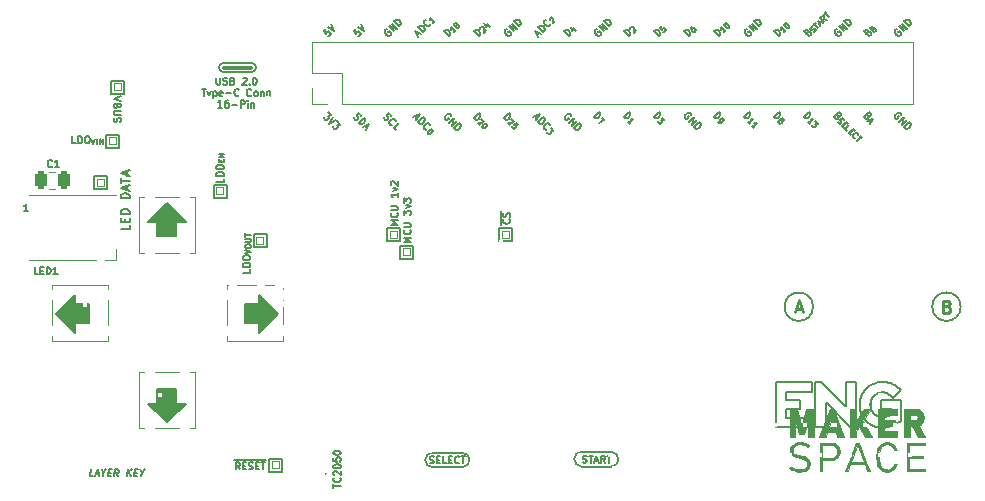
<source format=gbr>
%TF.GenerationSoftware,KiCad,Pcbnew,(6.0.6)*%
%TF.CreationDate,2022-07-20T13:38:39+10:00*%
%TF.ProjectId,SolderingInduction,536f6c64-6572-4696-9e67-496e64756374,3.5.0*%
%TF.SameCoordinates,Original*%
%TF.FileFunction,Legend,Top*%
%TF.FilePolarity,Positive*%
%FSLAX46Y46*%
G04 Gerber Fmt 4.6, Leading zero omitted, Abs format (unit mm)*
G04 Created by KiCad (PCBNEW (6.0.6)) date 2022-07-20 13:38:39*
%MOMM*%
%LPD*%
G01*
G04 APERTURE LIST*
G04 Aperture macros list*
%AMRoundRect*
0 Rectangle with rounded corners*
0 $1 Rounding radius*
0 $2 $3 $4 $5 $6 $7 $8 $9 X,Y pos of 4 corners*
0 Add a 4 corners polygon primitive as box body*
4,1,4,$2,$3,$4,$5,$6,$7,$8,$9,$2,$3,0*
0 Add four circle primitives for the rounded corners*
1,1,$1+$1,$2,$3*
1,1,$1+$1,$4,$5*
1,1,$1+$1,$6,$7*
1,1,$1+$1,$8,$9*
0 Add four rect primitives between the rounded corners*
20,1,$1+$1,$2,$3,$4,$5,0*
20,1,$1+$1,$4,$5,$6,$7,0*
20,1,$1+$1,$6,$7,$8,$9,0*
20,1,$1+$1,$8,$9,$2,$3,0*%
G04 Aperture macros list end*
%ADD10C,0.150000*%
%ADD11C,0.300000*%
%ADD12C,0.250000*%
%ADD13C,0.120000*%
%ADD14C,0.200000*%
%ADD15C,0.321747*%
%ADD16C,0.342468*%
%ADD17C,0.328828*%
%ADD18C,0.319200*%
%ADD19C,4.400000*%
%ADD20C,1.750000*%
%ADD21RoundRect,0.075000X-0.300000X-0.300000X0.300000X-0.300000X0.300000X0.300000X-0.300000X0.300000X0*%
%ADD22R,1.600000X1.400000*%
%ADD23C,2.000000*%
%ADD24RoundRect,0.250000X-0.250000X-0.475000X0.250000X-0.475000X0.250000X0.475000X-0.250000X0.475000X0*%
%ADD25R,1.400000X1.600000*%
%ADD26R,1.500000X1.000000*%
%ADD27RoundRect,0.075000X0.300000X-0.300000X0.300000X0.300000X-0.300000X0.300000X-0.300000X-0.300000X0*%
%ADD28C,0.990600*%
%ADD29C,0.787400*%
%ADD30R,1.700000X1.700000*%
%ADD31O,1.700000X1.700000*%
%ADD32C,0.600000*%
%ADD33O,0.900000X2.000000*%
%ADD34O,0.900000X1.700000*%
%ADD35C,0.800000*%
%ADD36C,0.450000*%
%ADD37C,0.508000*%
G04 APERTURE END LIST*
D10*
X38213529Y-39148864D02*
X35713529Y-39148864D01*
X18050000Y-4900000D02*
X20350000Y-4900000D01*
X21864919Y-39525608D02*
X22964919Y-39525608D01*
X22964919Y-39525608D02*
X22964919Y-38425608D01*
X22964919Y-38425608D02*
X21864919Y-38425608D01*
X21864919Y-38425608D02*
X21864919Y-39525608D01*
X18050000Y-5700000D02*
X20350000Y-5700000D01*
X20576530Y-20501829D02*
X21676530Y-20501829D01*
X21676530Y-20501829D02*
X21676530Y-19401829D01*
X21676530Y-19401829D02*
X20576530Y-19401829D01*
X20576530Y-19401829D02*
X20576530Y-20501829D01*
X38213529Y-39148936D02*
G75*
G03*
X38213529Y-37898864I-29J625036D01*
G01*
X18050000Y-4900000D02*
G75*
G03*
X18050000Y-5700000I-14100J-400000D01*
G01*
X50829128Y-39082954D02*
X48329128Y-39082954D01*
D11*
X18035900Y-5300000D02*
X20364100Y-5300000D01*
D10*
X48329128Y-37833046D02*
G75*
G03*
X48329128Y-39082954I-28J-624954D01*
G01*
G36*
X22625000Y-26149999D02*
G01*
X21025000Y-27750000D01*
X21025000Y-26950000D01*
X19825000Y-26950000D01*
X19825000Y-25350000D01*
X21025000Y-25350000D01*
X21025001Y-24550000D01*
X22625000Y-26149999D01*
G37*
X22625000Y-26149999D02*
X21025000Y-27750000D01*
X21025000Y-26950000D01*
X19825000Y-26950000D01*
X19825000Y-25350000D01*
X21025000Y-25350000D01*
X21025001Y-24550000D01*
X22625000Y-26149999D01*
X26700000Y-39700000D02*
G75*
G03*
X26700000Y-39700000I-50000J0D01*
G01*
X35713529Y-37898936D02*
G75*
G03*
X35713529Y-39148864I-29J-624964D01*
G01*
X8080694Y-12119892D02*
X9180694Y-12119892D01*
X9180694Y-12119892D02*
X9180694Y-11019892D01*
X9180694Y-11019892D02*
X8080694Y-11019892D01*
X8080694Y-11019892D02*
X8080694Y-12119892D01*
X67925000Y-25550000D02*
G75*
G03*
X67925000Y-25550000I-1204159J0D01*
G01*
X41381605Y-20013211D02*
X42481605Y-20013211D01*
X42481605Y-20013211D02*
X42481605Y-18913211D01*
X42481605Y-18913211D02*
X41381605Y-18913211D01*
X41381605Y-18913211D02*
X41381605Y-20013211D01*
X20350000Y-5700000D02*
G75*
G03*
X20350000Y-4900000I14100J400000D01*
G01*
X80429159Y-25545841D02*
G75*
G03*
X80429159Y-25545841I-1204159J0D01*
G01*
G36*
X14825000Y-18350000D02*
G01*
X14025000Y-18350000D01*
X14025000Y-19550000D01*
X12425000Y-19550000D01*
X12425000Y-18350000D01*
X11625000Y-18349999D01*
X13224999Y-16750000D01*
X14825000Y-18350000D01*
G37*
X14825000Y-18350000D02*
X14025000Y-18350000D01*
X14025000Y-19550000D01*
X12425000Y-19550000D01*
X12425000Y-18350000D01*
X11625000Y-18349999D01*
X13224999Y-16750000D01*
X14825000Y-18350000D01*
G36*
X5425000Y-25350000D02*
G01*
X6625000Y-25350000D01*
X6625000Y-26950000D01*
X5425000Y-26950000D01*
X5424999Y-27750000D01*
X3825000Y-26150001D01*
X5425000Y-24550000D01*
X5425000Y-25350000D01*
G37*
X5425000Y-25350000D02*
X6625000Y-25350000D01*
X6625000Y-26950000D01*
X5425000Y-26950000D01*
X5424999Y-27750000D01*
X3825000Y-26150001D01*
X5425000Y-24550000D01*
X5425000Y-25350000D01*
X31869343Y-20018978D02*
X32969343Y-20018978D01*
X32969343Y-20018978D02*
X32969343Y-18918978D01*
X32969343Y-18918978D02*
X31869343Y-18918978D01*
X31869343Y-18918978D02*
X31869343Y-20018978D01*
X50829128Y-39083046D02*
G75*
G03*
X50829128Y-37832954I-28J625046D01*
G01*
G36*
X14025000Y-33750000D02*
G01*
X14825000Y-33750000D01*
X13225000Y-35350000D01*
X11625000Y-33750000D01*
X12425000Y-33750000D01*
X12425000Y-32550000D01*
X14025000Y-32550000D01*
X14025000Y-33750000D01*
G37*
X14025000Y-33750000D02*
X14825000Y-33750000D01*
X13225000Y-35350000D01*
X11625000Y-33750000D01*
X12425000Y-33750000D01*
X12425000Y-32550000D01*
X14025000Y-32550000D01*
X14025000Y-33750000D01*
X50829128Y-37832954D02*
X48329128Y-37832954D01*
X38213529Y-37898864D02*
X35713529Y-37898864D01*
X17172343Y-16315728D02*
X18272343Y-16315728D01*
X18272343Y-16315728D02*
X18272343Y-15215728D01*
X18272343Y-15215728D02*
X17172343Y-15215728D01*
X17172343Y-15215728D02*
X17172343Y-16315728D01*
X32975912Y-21501642D02*
X34075912Y-21501642D01*
X34075912Y-21501642D02*
X34075912Y-20401642D01*
X34075912Y-20401642D02*
X32975912Y-20401642D01*
X32975912Y-20401642D02*
X32975912Y-21501642D01*
X8489224Y-7524389D02*
X9589224Y-7524389D01*
X9589224Y-7524389D02*
X9589224Y-6424389D01*
X9589224Y-6424389D02*
X8489224Y-6424389D01*
X8489224Y-6424389D02*
X8489224Y-7524389D01*
X7071516Y-15600363D02*
X8171516Y-15600363D01*
X8171516Y-15600363D02*
X8171516Y-14500363D01*
X8171516Y-14500363D02*
X7071516Y-14500363D01*
X7071516Y-14500363D02*
X7071516Y-15600363D01*
X59523029Y-9461887D02*
X59947293Y-9037623D01*
X60048308Y-9138638D01*
X60088714Y-9219450D01*
X60088714Y-9300262D01*
X60068511Y-9360871D01*
X60007902Y-9461887D01*
X59947293Y-9522496D01*
X59846277Y-9583105D01*
X59785668Y-9603308D01*
X59704856Y-9603308D01*
X59624044Y-9562902D01*
X59523029Y-9461887D01*
X59896785Y-9928577D02*
X59961435Y-9993227D01*
X60009922Y-10009389D01*
X60042247Y-10009389D01*
X60123059Y-9993227D01*
X60203871Y-9944740D01*
X60333171Y-9815440D01*
X60349333Y-9766953D01*
X60349333Y-9734628D01*
X60333171Y-9686141D01*
X60268521Y-9621491D01*
X60220034Y-9605328D01*
X60187709Y-9605328D01*
X60139222Y-9621491D01*
X60058410Y-9702303D01*
X60042247Y-9750790D01*
X60042247Y-9783115D01*
X60058410Y-9831602D01*
X60123059Y-9896252D01*
X60171547Y-9912415D01*
X60203871Y-9912415D01*
X60252359Y-9896252D01*
X37289323Y-9380059D02*
X37269120Y-9319450D01*
X37208511Y-9258841D01*
X37127699Y-9218435D01*
X37046887Y-9218435D01*
X36986277Y-9238638D01*
X36885262Y-9299247D01*
X36824653Y-9359856D01*
X36764044Y-9460871D01*
X36743841Y-9521481D01*
X36743841Y-9602293D01*
X36784247Y-9683105D01*
X36824653Y-9723511D01*
X36905465Y-9763917D01*
X36945871Y-9763917D01*
X37087293Y-9622496D01*
X37006481Y-9541684D01*
X37087293Y-9986151D02*
X37511557Y-9561887D01*
X37329729Y-10228587D01*
X37753993Y-9804323D01*
X37531760Y-10430618D02*
X37956024Y-10006354D01*
X38057039Y-10107369D01*
X38097445Y-10188181D01*
X38097445Y-10268993D01*
X38077242Y-10329603D01*
X38016633Y-10430618D01*
X37956024Y-10491227D01*
X37855009Y-10551836D01*
X37794400Y-10572039D01*
X37713587Y-10572039D01*
X37632775Y-10531633D01*
X37531760Y-10430618D01*
X34224044Y-9420465D02*
X34426074Y-9622496D01*
X34062420Y-9501277D02*
X34628105Y-9218435D01*
X34345262Y-9784120D01*
X34486684Y-9925542D02*
X34910948Y-9501277D01*
X35011963Y-9602293D01*
X35052369Y-9683105D01*
X35052369Y-9763917D01*
X35032166Y-9824526D01*
X34971557Y-9925542D01*
X34910948Y-9986151D01*
X34809932Y-10046760D01*
X34749323Y-10066963D01*
X34668511Y-10066963D01*
X34587699Y-10026557D01*
X34486684Y-9925542D01*
X35193790Y-10551836D02*
X35153384Y-10551836D01*
X35072572Y-10511430D01*
X35032166Y-10471024D01*
X34991760Y-10390212D01*
X34991760Y-10309400D01*
X35011963Y-10248790D01*
X35072572Y-10147775D01*
X35133181Y-10087166D01*
X35234196Y-10026557D01*
X35294806Y-10006354D01*
X35375618Y-10006354D01*
X35456430Y-10046760D01*
X35496836Y-10087166D01*
X35537242Y-10167978D01*
X35537242Y-10208384D01*
X35672603Y-10525572D02*
X35704928Y-10557897D01*
X35721090Y-10606384D01*
X35721090Y-10638709D01*
X35704928Y-10687197D01*
X35656440Y-10768009D01*
X35575628Y-10848821D01*
X35494816Y-10897308D01*
X35446329Y-10913471D01*
X35414004Y-10913471D01*
X35365516Y-10897308D01*
X35333191Y-10864983D01*
X35317029Y-10816496D01*
X35317029Y-10784171D01*
X35333191Y-10735684D01*
X35381679Y-10654872D01*
X35462491Y-10574059D01*
X35543303Y-10525572D01*
X35591790Y-10509410D01*
X35624115Y-10509410D01*
X35672603Y-10525572D01*
X35476800Y-38793999D02*
X35562515Y-38822570D01*
X35705372Y-38822570D01*
X35762515Y-38793999D01*
X35791086Y-38765427D01*
X35819657Y-38708284D01*
X35819657Y-38651142D01*
X35791086Y-38593999D01*
X35762515Y-38565427D01*
X35705372Y-38536856D01*
X35591086Y-38508284D01*
X35533943Y-38479713D01*
X35505372Y-38451142D01*
X35476800Y-38393999D01*
X35476800Y-38336856D01*
X35505372Y-38279713D01*
X35533943Y-38251142D01*
X35591086Y-38222570D01*
X35733943Y-38222570D01*
X35819657Y-38251142D01*
X36076800Y-38508284D02*
X36276800Y-38508284D01*
X36362515Y-38822570D02*
X36076800Y-38822570D01*
X36076800Y-38222570D01*
X36362515Y-38222570D01*
X36905372Y-38822570D02*
X36619657Y-38822570D01*
X36619657Y-38222570D01*
X37105372Y-38508284D02*
X37305372Y-38508284D01*
X37391086Y-38822570D02*
X37105372Y-38822570D01*
X37105372Y-38222570D01*
X37391086Y-38222570D01*
X37991086Y-38765427D02*
X37962515Y-38793999D01*
X37876800Y-38822570D01*
X37819657Y-38822570D01*
X37733943Y-38793999D01*
X37676800Y-38736856D01*
X37648229Y-38679713D01*
X37619657Y-38565427D01*
X37619657Y-38479713D01*
X37648229Y-38365427D01*
X37676800Y-38308284D01*
X37733943Y-38251142D01*
X37819657Y-38222570D01*
X37876800Y-38222570D01*
X37962515Y-38251142D01*
X37991086Y-38279713D01*
X38162515Y-38222570D02*
X38505372Y-38222570D01*
X38333943Y-38822570D02*
X38333943Y-38222570D01*
X65021887Y-2671970D02*
X64597623Y-2247706D01*
X64698638Y-2146691D01*
X64779450Y-2106285D01*
X64860262Y-2106285D01*
X64920871Y-2126488D01*
X65021887Y-2187097D01*
X65082496Y-2247706D01*
X65143105Y-2348722D01*
X65163308Y-2409331D01*
X65163308Y-2490143D01*
X65122902Y-2570955D01*
X65021887Y-2671970D01*
X65650202Y-2136589D02*
X65456252Y-2330539D01*
X65553227Y-2233564D02*
X65213816Y-1894153D01*
X65229978Y-1974965D01*
X65229978Y-2039615D01*
X65213816Y-2088102D01*
X65520902Y-1587066D02*
X65553227Y-1554742D01*
X65601714Y-1538579D01*
X65634039Y-1538579D01*
X65682526Y-1554742D01*
X65763339Y-1603229D01*
X65844151Y-1684041D01*
X65892638Y-1764853D01*
X65908801Y-1813341D01*
X65908801Y-1845666D01*
X65892638Y-1894153D01*
X65860313Y-1926478D01*
X65811826Y-1942640D01*
X65779501Y-1942640D01*
X65731014Y-1926478D01*
X65650202Y-1877990D01*
X65569389Y-1797178D01*
X65520902Y-1716366D01*
X65504740Y-1667879D01*
X65504740Y-1635554D01*
X65520902Y-1587066D01*
X67481074Y-2308315D02*
X67561887Y-2267909D01*
X67602293Y-2267909D01*
X67662902Y-2288112D01*
X67723511Y-2348722D01*
X67743714Y-2409331D01*
X67743714Y-2449737D01*
X67723511Y-2510346D01*
X67561887Y-2671970D01*
X67137623Y-2247706D01*
X67279044Y-2106285D01*
X67339653Y-2086082D01*
X67380059Y-2086082D01*
X67440668Y-2106285D01*
X67481074Y-2146691D01*
X67501277Y-2207300D01*
X67501277Y-2247706D01*
X67481074Y-2308315D01*
X67339653Y-2449737D01*
X67980090Y-2314376D02*
X68044740Y-2282051D01*
X68125552Y-2201239D01*
X68141714Y-2152752D01*
X68141714Y-2120427D01*
X68125552Y-2071940D01*
X68093227Y-2039615D01*
X68044740Y-2023452D01*
X68012415Y-2023452D01*
X67963927Y-2039615D01*
X67883115Y-2088102D01*
X67834628Y-2104265D01*
X67802303Y-2104265D01*
X67753816Y-2088102D01*
X67721491Y-2055777D01*
X67705328Y-2007290D01*
X67705328Y-1974965D01*
X67721491Y-1926478D01*
X67802303Y-1845666D01*
X67866953Y-1813341D01*
X67947765Y-1700204D02*
X68141714Y-1506254D01*
X68384151Y-1942640D02*
X68044740Y-1603229D01*
X68481125Y-1651716D02*
X68642750Y-1490092D01*
X68545775Y-1781016D02*
X68319501Y-1328467D01*
X68772049Y-1554742D01*
X69079136Y-1247655D02*
X68804374Y-1199168D01*
X68885186Y-1441605D02*
X68545775Y-1102193D01*
X68675075Y-972894D01*
X68723562Y-956731D01*
X68755887Y-956731D01*
X68804374Y-972894D01*
X68852862Y-1021381D01*
X68869024Y-1069868D01*
X68869024Y-1102193D01*
X68852862Y-1150681D01*
X68723562Y-1279980D01*
X68836699Y-811269D02*
X69030648Y-617320D01*
X69273085Y-1053706D02*
X68933674Y-714295D01*
X54443029Y-9461887D02*
X54867293Y-9037623D01*
X54968308Y-9138638D01*
X55008714Y-9219450D01*
X55008714Y-9300262D01*
X54988511Y-9360871D01*
X54927902Y-9461887D01*
X54867293Y-9522496D01*
X54766277Y-9583105D01*
X54705668Y-9603308D01*
X54624856Y-9603308D01*
X54544044Y-9562902D01*
X54443029Y-9461887D01*
X55107709Y-9540679D02*
X55317821Y-9750790D01*
X55075384Y-9766953D01*
X55123871Y-9815440D01*
X55140034Y-9863927D01*
X55140034Y-9896252D01*
X55123871Y-9944740D01*
X55043059Y-10025552D01*
X54994572Y-10041714D01*
X54962247Y-10041714D01*
X54913760Y-10025552D01*
X54816785Y-9928577D01*
X54800623Y-9880090D01*
X54800623Y-9847765D01*
X29043029Y-9521481D02*
X29083435Y-9602293D01*
X29184450Y-9703308D01*
X29245059Y-9723511D01*
X29285465Y-9723511D01*
X29346074Y-9703308D01*
X29386481Y-9662902D01*
X29406684Y-9602293D01*
X29406684Y-9561887D01*
X29386481Y-9501277D01*
X29325871Y-9400262D01*
X29305668Y-9339653D01*
X29305668Y-9299247D01*
X29325871Y-9238638D01*
X29366277Y-9198232D01*
X29426887Y-9178029D01*
X29467293Y-9178029D01*
X29527902Y-9198232D01*
X29628917Y-9299247D01*
X29669323Y-9380059D01*
X29447090Y-9965948D02*
X29871354Y-9541684D01*
X29972369Y-9642699D01*
X30012775Y-9723511D01*
X30012775Y-9804323D01*
X29992572Y-9864932D01*
X29931963Y-9965948D01*
X29871354Y-10026557D01*
X29770339Y-10087166D01*
X29709729Y-10107369D01*
X29628917Y-10107369D01*
X29548105Y-10066963D01*
X29447090Y-9965948D01*
X29972369Y-10248790D02*
X30174400Y-10450821D01*
X29810745Y-10329603D02*
X30376430Y-10046760D01*
X30093587Y-10612445D01*
X67143029Y-9461887D02*
X67567293Y-9037623D01*
X67668308Y-9138638D01*
X67708714Y-9219450D01*
X67708714Y-9300262D01*
X67688511Y-9360871D01*
X67627902Y-9461887D01*
X67567293Y-9522496D01*
X67466277Y-9583105D01*
X67405668Y-9603308D01*
X67324856Y-9603308D01*
X67244044Y-9562902D01*
X67143029Y-9461887D01*
X67678410Y-10090202D02*
X67484460Y-9896252D01*
X67581435Y-9993227D02*
X67920846Y-9653816D01*
X67840034Y-9669978D01*
X67775384Y-9669978D01*
X67726897Y-9653816D01*
X68130958Y-9863927D02*
X68341070Y-10074039D01*
X68098633Y-10090202D01*
X68147120Y-10138689D01*
X68163283Y-10187176D01*
X68163283Y-10219501D01*
X68147120Y-10267988D01*
X68066308Y-10348801D01*
X68017821Y-10364963D01*
X67985496Y-10364963D01*
X67937009Y-10348801D01*
X67840034Y-10251826D01*
X67823871Y-10203339D01*
X67823871Y-10171014D01*
X26886887Y-9097216D02*
X27149526Y-9359856D01*
X26846481Y-9380059D01*
X26907090Y-9440668D01*
X26927293Y-9501277D01*
X26927293Y-9541684D01*
X26907090Y-9602293D01*
X26806074Y-9703308D01*
X26745465Y-9723511D01*
X26705059Y-9723511D01*
X26644450Y-9703308D01*
X26523232Y-9582090D01*
X26503029Y-9521481D01*
X26503029Y-9481074D01*
X27270745Y-9481074D02*
X26987902Y-10046760D01*
X27553587Y-9763917D01*
X27654603Y-9864932D02*
X27917242Y-10127572D01*
X27614196Y-10147775D01*
X27674806Y-10208384D01*
X27695009Y-10268993D01*
X27695009Y-10309400D01*
X27674806Y-10370009D01*
X27573790Y-10471024D01*
X27513181Y-10491227D01*
X27472775Y-10491227D01*
X27412166Y-10471024D01*
X27290948Y-10349806D01*
X27270745Y-10289196D01*
X27270745Y-10248790D01*
X49363029Y-9461887D02*
X49787293Y-9037623D01*
X49888308Y-9138638D01*
X49928714Y-9219450D01*
X49928714Y-9300262D01*
X49908511Y-9360871D01*
X49847902Y-9461887D01*
X49787293Y-9522496D01*
X49686277Y-9583105D01*
X49625668Y-9603308D01*
X49544856Y-9603308D01*
X49464044Y-9562902D01*
X49363029Y-9461887D01*
X50027709Y-9540679D02*
X50253983Y-9766953D01*
X49769110Y-9960902D01*
X75389323Y-9280059D02*
X75369120Y-9219450D01*
X75308511Y-9158841D01*
X75227699Y-9118435D01*
X75146887Y-9118435D01*
X75086277Y-9138638D01*
X74985262Y-9199247D01*
X74924653Y-9259856D01*
X74864044Y-9360871D01*
X74843841Y-9421481D01*
X74843841Y-9502293D01*
X74884247Y-9583105D01*
X74924653Y-9623511D01*
X75005465Y-9663917D01*
X75045871Y-9663917D01*
X75187293Y-9522496D01*
X75106481Y-9441684D01*
X75187293Y-9886151D02*
X75611557Y-9461887D01*
X75429729Y-10128587D01*
X75853993Y-9704323D01*
X75631760Y-10330618D02*
X76056024Y-9906354D01*
X76157039Y-10007369D01*
X76197445Y-10088181D01*
X76197445Y-10168993D01*
X76177242Y-10229603D01*
X76116633Y-10330618D01*
X76056024Y-10391227D01*
X75955009Y-10451836D01*
X75894400Y-10472039D01*
X75813587Y-10472039D01*
X75732775Y-10431633D01*
X75631760Y-10330618D01*
X52321887Y-2671970D02*
X51897623Y-2247706D01*
X51998638Y-2146691D01*
X52079450Y-2106285D01*
X52160262Y-2106285D01*
X52220871Y-2126488D01*
X52321887Y-2187097D01*
X52382496Y-2247706D01*
X52443105Y-2348722D01*
X52463308Y-2409331D01*
X52463308Y-2490143D01*
X52422902Y-2570955D01*
X52321887Y-2671970D01*
X52449166Y-2023452D02*
X52449166Y-1991128D01*
X52465328Y-1942640D01*
X52546141Y-1861828D01*
X52594628Y-1845666D01*
X52626953Y-1845666D01*
X52675440Y-1861828D01*
X52707765Y-1894153D01*
X52740090Y-1958803D01*
X52740090Y-2346701D01*
X52950202Y-2136589D01*
X51903029Y-9461887D02*
X52327293Y-9037623D01*
X52428308Y-9138638D01*
X52468714Y-9219450D01*
X52468714Y-9300262D01*
X52448511Y-9360871D01*
X52387902Y-9461887D01*
X52327293Y-9522496D01*
X52226277Y-9583105D01*
X52165668Y-9603308D01*
X52084856Y-9603308D01*
X52004044Y-9562902D01*
X51903029Y-9461887D01*
X52438410Y-10090202D02*
X52244460Y-9896252D01*
X52341435Y-9993227D02*
X52680846Y-9653816D01*
X52600034Y-9669978D01*
X52535384Y-9669978D01*
X52486897Y-9653816D01*
X29239653Y-2045676D02*
X29037623Y-2247706D01*
X29219450Y-2469940D01*
X29219450Y-2429534D01*
X29239653Y-2368925D01*
X29340668Y-2267909D01*
X29401277Y-2247706D01*
X29441684Y-2247706D01*
X29502293Y-2267909D01*
X29603308Y-2368925D01*
X29623511Y-2429534D01*
X29623511Y-2469940D01*
X29603308Y-2530549D01*
X29502293Y-2631564D01*
X29441684Y-2651767D01*
X29401277Y-2651767D01*
X29381074Y-1904254D02*
X29946760Y-2187097D01*
X29663917Y-1621412D01*
X75000059Y-2045676D02*
X74939450Y-2065879D01*
X74878841Y-2126488D01*
X74838435Y-2207300D01*
X74838435Y-2288112D01*
X74858638Y-2348722D01*
X74919247Y-2449737D01*
X74979856Y-2510346D01*
X75080871Y-2570955D01*
X75141481Y-2591158D01*
X75222293Y-2591158D01*
X75303105Y-2550752D01*
X75343511Y-2510346D01*
X75383917Y-2429534D01*
X75383917Y-2389128D01*
X75242496Y-2247706D01*
X75161684Y-2328518D01*
X75606151Y-2247706D02*
X75181887Y-1823442D01*
X75848587Y-2005270D01*
X75424323Y-1581006D01*
X76050618Y-1803239D02*
X75626354Y-1378975D01*
X75727369Y-1277960D01*
X75808181Y-1237554D01*
X75888993Y-1237554D01*
X75949603Y-1257757D01*
X76050618Y-1318366D01*
X76111227Y-1378975D01*
X76171836Y-1479990D01*
X76192039Y-1540599D01*
X76192039Y-1621412D01*
X76151633Y-1702224D01*
X76050618Y-1803239D01*
X34400465Y-2570955D02*
X34602496Y-2368925D01*
X34481277Y-2732579D02*
X34198435Y-2166894D01*
X34764120Y-2449737D01*
X34905542Y-2308315D02*
X34481277Y-1884051D01*
X34582293Y-1783036D01*
X34663105Y-1742630D01*
X34743917Y-1742630D01*
X34804526Y-1762833D01*
X34905542Y-1823442D01*
X34966151Y-1884051D01*
X35026760Y-1985067D01*
X35046963Y-2045676D01*
X35046963Y-2126488D01*
X35006557Y-2207300D01*
X34905542Y-2308315D01*
X35531836Y-1601209D02*
X35531836Y-1641615D01*
X35491430Y-1722427D01*
X35451024Y-1762833D01*
X35370212Y-1803239D01*
X35289400Y-1803239D01*
X35228790Y-1783036D01*
X35127775Y-1722427D01*
X35067166Y-1661818D01*
X35006557Y-1560803D01*
X34986354Y-1500193D01*
X34986354Y-1419381D01*
X35026760Y-1338569D01*
X35067166Y-1298163D01*
X35147978Y-1257757D01*
X35188384Y-1257757D01*
X35958121Y-1348670D02*
X35764171Y-1542620D01*
X35861146Y-1445645D02*
X35521735Y-1106234D01*
X35537897Y-1187046D01*
X35537897Y-1251696D01*
X35521735Y-1300183D01*
X47449323Y-9380059D02*
X47429120Y-9319450D01*
X47368511Y-9258841D01*
X47287699Y-9218435D01*
X47206887Y-9218435D01*
X47146277Y-9238638D01*
X47045262Y-9299247D01*
X46984653Y-9359856D01*
X46924044Y-9460871D01*
X46903841Y-9521481D01*
X46903841Y-9602293D01*
X46944247Y-9683105D01*
X46984653Y-9723511D01*
X47065465Y-9763917D01*
X47105871Y-9763917D01*
X47247293Y-9622496D01*
X47166481Y-9541684D01*
X47247293Y-9986151D02*
X47671557Y-9561887D01*
X47489729Y-10228587D01*
X47913993Y-9804323D01*
X47691760Y-10430618D02*
X48116024Y-10006354D01*
X48217039Y-10107369D01*
X48257445Y-10188181D01*
X48257445Y-10268993D01*
X48237242Y-10329603D01*
X48176633Y-10430618D01*
X48116024Y-10491227D01*
X48015009Y-10551836D01*
X47954400Y-10572039D01*
X47873587Y-10572039D01*
X47792775Y-10531633D01*
X47691760Y-10430618D01*
X59941887Y-2671970D02*
X59517623Y-2247706D01*
X59618638Y-2146691D01*
X59699450Y-2106285D01*
X59780262Y-2106285D01*
X59840871Y-2126488D01*
X59941887Y-2187097D01*
X60002496Y-2247706D01*
X60063105Y-2348722D01*
X60083308Y-2409331D01*
X60083308Y-2490143D01*
X60042902Y-2570955D01*
X59941887Y-2671970D01*
X60570202Y-2136589D02*
X60376252Y-2330539D01*
X60473227Y-2233564D02*
X60133816Y-1894153D01*
X60149978Y-1974965D01*
X60149978Y-2039615D01*
X60133816Y-2088102D01*
X60440902Y-1587066D02*
X60473227Y-1554742D01*
X60521714Y-1538579D01*
X60554039Y-1538579D01*
X60602526Y-1554742D01*
X60683339Y-1603229D01*
X60764151Y-1684041D01*
X60812638Y-1764853D01*
X60828801Y-1813341D01*
X60828801Y-1845666D01*
X60812638Y-1894153D01*
X60780313Y-1926478D01*
X60731826Y-1942640D01*
X60699501Y-1942640D01*
X60651014Y-1926478D01*
X60570202Y-1877990D01*
X60489389Y-1797178D01*
X60440902Y-1716366D01*
X60424740Y-1667879D01*
X60424740Y-1635554D01*
X60440902Y-1587066D01*
X54861887Y-2671970D02*
X54437623Y-2247706D01*
X54538638Y-2146691D01*
X54619450Y-2106285D01*
X54700262Y-2106285D01*
X54760871Y-2126488D01*
X54861887Y-2187097D01*
X54922496Y-2247706D01*
X54983105Y-2348722D01*
X55003308Y-2409331D01*
X55003308Y-2490143D01*
X54962902Y-2570955D01*
X54861887Y-2671970D01*
X55134628Y-1813341D02*
X54973003Y-1974965D01*
X55118465Y-2152752D01*
X55118465Y-2120427D01*
X55134628Y-2071940D01*
X55215440Y-1991128D01*
X55263927Y-1974965D01*
X55296252Y-1974965D01*
X55344740Y-1991128D01*
X55425552Y-2071940D01*
X55441714Y-2120427D01*
X55441714Y-2152752D01*
X55425552Y-2201239D01*
X55344740Y-2282051D01*
X55296252Y-2298214D01*
X55263927Y-2298214D01*
X6986053Y-39921428D02*
X6700339Y-39921428D01*
X6775339Y-39321428D01*
X7178910Y-39750000D02*
X7464625Y-39750000D01*
X7100339Y-39921428D02*
X7375339Y-39321428D01*
X7500339Y-39921428D01*
X7850339Y-39635714D02*
X7814625Y-39921428D01*
X7689625Y-39321428D02*
X7850339Y-39635714D01*
X8089625Y-39321428D01*
X8253910Y-39607142D02*
X8453910Y-39607142D01*
X8500339Y-39921428D02*
X8214625Y-39921428D01*
X8289625Y-39321428D01*
X8575339Y-39321428D01*
X9100339Y-39921428D02*
X8936053Y-39635714D01*
X8757482Y-39921428D02*
X8832482Y-39321428D01*
X9061053Y-39321428D01*
X9114625Y-39350000D01*
X9139625Y-39378571D01*
X9161053Y-39435714D01*
X9150339Y-39521428D01*
X9114625Y-39578571D01*
X9082482Y-39607142D01*
X9021767Y-39635714D01*
X8793196Y-39635714D01*
X9814625Y-39921428D02*
X9889625Y-39321428D01*
X10157482Y-39921428D02*
X9943196Y-39578571D01*
X10232482Y-39321428D02*
X9846767Y-39664285D01*
X10453910Y-39607142D02*
X10653910Y-39607142D01*
X10700339Y-39921428D02*
X10414625Y-39921428D01*
X10489625Y-39321428D01*
X10775339Y-39321428D01*
X11107482Y-39635714D02*
X11071767Y-39921428D01*
X10946767Y-39321428D02*
X11107482Y-39635714D01*
X11346767Y-39321428D01*
X72561074Y-2308315D02*
X72641887Y-2267909D01*
X72682293Y-2267909D01*
X72742902Y-2288112D01*
X72803511Y-2348722D01*
X72823714Y-2409331D01*
X72823714Y-2449737D01*
X72803511Y-2510346D01*
X72641887Y-2671970D01*
X72217623Y-2247706D01*
X72359044Y-2106285D01*
X72419653Y-2086082D01*
X72460059Y-2086082D01*
X72520668Y-2106285D01*
X72561074Y-2146691D01*
X72581277Y-2207300D01*
X72581277Y-2247706D01*
X72561074Y-2308315D01*
X72419653Y-2449737D01*
X73027765Y-2023452D02*
X73092415Y-1991128D01*
X73124740Y-1991128D01*
X73173227Y-2007290D01*
X73221714Y-2055777D01*
X73237877Y-2104265D01*
X73237877Y-2136589D01*
X73221714Y-2185077D01*
X73092415Y-2314376D01*
X72753003Y-1974965D01*
X72866141Y-1861828D01*
X72914628Y-1845666D01*
X72946953Y-1845666D01*
X72995440Y-1861828D01*
X73027765Y-1894153D01*
X73043927Y-1942640D01*
X73043927Y-1974965D01*
X73027765Y-2023452D01*
X72914628Y-2136589D01*
X26699653Y-2045676D02*
X26497623Y-2247706D01*
X26679450Y-2469940D01*
X26679450Y-2429534D01*
X26699653Y-2368925D01*
X26800668Y-2267909D01*
X26861277Y-2247706D01*
X26901684Y-2247706D01*
X26962293Y-2267909D01*
X27063308Y-2368925D01*
X27083511Y-2429534D01*
X27083511Y-2469940D01*
X27063308Y-2530549D01*
X26962293Y-2631564D01*
X26901684Y-2651767D01*
X26861277Y-2651767D01*
X26841074Y-1904254D02*
X27406760Y-2187097D01*
X27123917Y-1621412D01*
X41980059Y-2045676D02*
X41919450Y-2065879D01*
X41858841Y-2126488D01*
X41818435Y-2207300D01*
X41818435Y-2288112D01*
X41838638Y-2348722D01*
X41899247Y-2449737D01*
X41959856Y-2510346D01*
X42060871Y-2570955D01*
X42121481Y-2591158D01*
X42202293Y-2591158D01*
X42283105Y-2550752D01*
X42323511Y-2510346D01*
X42363917Y-2429534D01*
X42363917Y-2389128D01*
X42222496Y-2247706D01*
X42141684Y-2328518D01*
X42586151Y-2247706D02*
X42161887Y-1823442D01*
X42828587Y-2005270D01*
X42404323Y-1581006D01*
X43030618Y-1803239D02*
X42606354Y-1378975D01*
X42707369Y-1277960D01*
X42788181Y-1237554D01*
X42868993Y-1237554D01*
X42929603Y-1257757D01*
X43030618Y-1318366D01*
X43091227Y-1378975D01*
X43151836Y-1479990D01*
X43172039Y-1540599D01*
X43172039Y-1621412D01*
X43131633Y-1702224D01*
X43030618Y-1803239D01*
X62063029Y-9461887D02*
X62487293Y-9037623D01*
X62588308Y-9138638D01*
X62628714Y-9219450D01*
X62628714Y-9300262D01*
X62608511Y-9360871D01*
X62547902Y-9461887D01*
X62487293Y-9522496D01*
X62386277Y-9583105D01*
X62325668Y-9603308D01*
X62244856Y-9603308D01*
X62164044Y-9562902D01*
X62063029Y-9461887D01*
X62598410Y-10090202D02*
X62404460Y-9896252D01*
X62501435Y-9993227D02*
X62840846Y-9653816D01*
X62760034Y-9669978D01*
X62695384Y-9669978D01*
X62646897Y-9653816D01*
X62921658Y-10413450D02*
X62727709Y-10219501D01*
X62824684Y-10316476D02*
X63164095Y-9977064D01*
X63083283Y-9993227D01*
X63018633Y-9993227D01*
X62970146Y-9977064D01*
X48418413Y-38725811D02*
X48504128Y-38754382D01*
X48646985Y-38754382D01*
X48704128Y-38725811D01*
X48732699Y-38697239D01*
X48761270Y-38640096D01*
X48761270Y-38582954D01*
X48732699Y-38525811D01*
X48704128Y-38497239D01*
X48646985Y-38468668D01*
X48532699Y-38440096D01*
X48475556Y-38411525D01*
X48446985Y-38382954D01*
X48418413Y-38325811D01*
X48418413Y-38268668D01*
X48446985Y-38211525D01*
X48475556Y-38182954D01*
X48532699Y-38154382D01*
X48675556Y-38154382D01*
X48761270Y-38182954D01*
X48932699Y-38154382D02*
X49275556Y-38154382D01*
X49104128Y-38754382D02*
X49104128Y-38154382D01*
X49446985Y-38582954D02*
X49732699Y-38582954D01*
X49389842Y-38754382D02*
X49589842Y-38154382D01*
X49789842Y-38754382D01*
X50332699Y-38754382D02*
X50132699Y-38468668D01*
X49989842Y-38754382D02*
X49989842Y-38154382D01*
X50218413Y-38154382D01*
X50275556Y-38182954D01*
X50304128Y-38211525D01*
X50332699Y-38268668D01*
X50332699Y-38354382D01*
X50304128Y-38411525D01*
X50275556Y-38440096D01*
X50218413Y-38468668D01*
X49989842Y-38468668D01*
X50504128Y-38154382D02*
X50846985Y-38154382D01*
X50675556Y-38754382D02*
X50675556Y-38154382D01*
X70046684Y-9381074D02*
X70087090Y-9461887D01*
X70087090Y-9502293D01*
X70066887Y-9562902D01*
X70006277Y-9623511D01*
X69945668Y-9643714D01*
X69905262Y-9643714D01*
X69844653Y-9623511D01*
X69683029Y-9461887D01*
X70107293Y-9037623D01*
X70248714Y-9179044D01*
X70268917Y-9239653D01*
X70268917Y-9280059D01*
X70248714Y-9340668D01*
X70208308Y-9381074D01*
X70147699Y-9401277D01*
X70107293Y-9401277D01*
X70046684Y-9381074D01*
X69905262Y-9239653D01*
X70040623Y-9880090D02*
X70072948Y-9944740D01*
X70153760Y-10025552D01*
X70202247Y-10041714D01*
X70234572Y-10041714D01*
X70283059Y-10025552D01*
X70315384Y-9993227D01*
X70331547Y-9944740D01*
X70331547Y-9912415D01*
X70315384Y-9863927D01*
X70266897Y-9783115D01*
X70250734Y-9734628D01*
X70250734Y-9702303D01*
X70266897Y-9653816D01*
X70299222Y-9621491D01*
X70347709Y-9605328D01*
X70380034Y-9605328D01*
X70428521Y-9621491D01*
X70509333Y-9702303D01*
X70541658Y-9766953D01*
X70541658Y-10057877D02*
X70654795Y-10171014D01*
X70525496Y-10397288D02*
X70363871Y-10235663D01*
X70703283Y-9896252D01*
X70864907Y-10057877D01*
X70832582Y-10704374D02*
X70670958Y-10542750D01*
X71010369Y-10203339D01*
X71123506Y-10639725D02*
X71236643Y-10752862D01*
X71107344Y-10979136D02*
X70945719Y-10817511D01*
X71285131Y-10478100D01*
X71446755Y-10639725D01*
X71479080Y-11286222D02*
X71446755Y-11286222D01*
X71382105Y-11253897D01*
X71349780Y-11221572D01*
X71317455Y-11156923D01*
X71317455Y-11092273D01*
X71333618Y-11043786D01*
X71382105Y-10962973D01*
X71430593Y-10914486D01*
X71511405Y-10865999D01*
X71559892Y-10849836D01*
X71624542Y-10849836D01*
X71689192Y-10882161D01*
X71721517Y-10914486D01*
X71753841Y-10979136D01*
X71753841Y-11011461D01*
X71883141Y-11076110D02*
X72077090Y-11270060D01*
X71640704Y-11512496D02*
X71980116Y-11173085D01*
X64603029Y-9461887D02*
X65027293Y-9037623D01*
X65128308Y-9138638D01*
X65168714Y-9219450D01*
X65168714Y-9300262D01*
X65148511Y-9360871D01*
X65087902Y-9461887D01*
X65027293Y-9522496D01*
X64926277Y-9583105D01*
X64865668Y-9603308D01*
X64784856Y-9603308D01*
X64704044Y-9562902D01*
X64603029Y-9461887D01*
X65203059Y-9766953D02*
X65186897Y-9718465D01*
X65186897Y-9686141D01*
X65203059Y-9637653D01*
X65219222Y-9621491D01*
X65267709Y-9605328D01*
X65300034Y-9605328D01*
X65348521Y-9621491D01*
X65413171Y-9686141D01*
X65429333Y-9734628D01*
X65429333Y-9766953D01*
X65413171Y-9815440D01*
X65397009Y-9831602D01*
X65348521Y-9847765D01*
X65316196Y-9847765D01*
X65267709Y-9831602D01*
X65203059Y-9766953D01*
X65154572Y-9750790D01*
X65122247Y-9750790D01*
X65073760Y-9766953D01*
X65009110Y-9831602D01*
X64992948Y-9880090D01*
X64992948Y-9912415D01*
X65009110Y-9960902D01*
X65073760Y-10025552D01*
X65122247Y-10041714D01*
X65154572Y-10041714D01*
X65203059Y-10025552D01*
X65267709Y-9960902D01*
X65283871Y-9912415D01*
X65283871Y-9880090D01*
X65267709Y-9831602D01*
X72586684Y-9381074D02*
X72627090Y-9461887D01*
X72627090Y-9502293D01*
X72606887Y-9562902D01*
X72546277Y-9623511D01*
X72485668Y-9643714D01*
X72445262Y-9643714D01*
X72384653Y-9623511D01*
X72223029Y-9461887D01*
X72647293Y-9037623D01*
X72788714Y-9179044D01*
X72808917Y-9239653D01*
X72808917Y-9280059D01*
X72788714Y-9340668D01*
X72748308Y-9381074D01*
X72687699Y-9401277D01*
X72647293Y-9401277D01*
X72586684Y-9381074D01*
X72445262Y-9239653D01*
X72661435Y-9799278D02*
X72823059Y-9960902D01*
X72532135Y-9863927D02*
X72984684Y-9637653D01*
X72758410Y-10090202D01*
X57401887Y-2671970D02*
X56977623Y-2247706D01*
X57078638Y-2146691D01*
X57159450Y-2106285D01*
X57240262Y-2106285D01*
X57300871Y-2126488D01*
X57401887Y-2187097D01*
X57462496Y-2247706D01*
X57523105Y-2348722D01*
X57543308Y-2409331D01*
X57543308Y-2490143D01*
X57502902Y-2570955D01*
X57401887Y-2671970D01*
X57658465Y-1829503D02*
X57593816Y-1894153D01*
X57577653Y-1942640D01*
X57577653Y-1974965D01*
X57593816Y-2055777D01*
X57642303Y-2136589D01*
X57771602Y-2265889D01*
X57820090Y-2282051D01*
X57852415Y-2282051D01*
X57900902Y-2265889D01*
X57965552Y-2201239D01*
X57981714Y-2152752D01*
X57981714Y-2120427D01*
X57965552Y-2071940D01*
X57884740Y-1991128D01*
X57836252Y-1974965D01*
X57803927Y-1974965D01*
X57755440Y-1991128D01*
X57690790Y-2055777D01*
X57674628Y-2104265D01*
X57674628Y-2136589D01*
X57690790Y-2185077D01*
X62300059Y-2045676D02*
X62239450Y-2065879D01*
X62178841Y-2126488D01*
X62138435Y-2207300D01*
X62138435Y-2288112D01*
X62158638Y-2348722D01*
X62219247Y-2449737D01*
X62279856Y-2510346D01*
X62380871Y-2570955D01*
X62441481Y-2591158D01*
X62522293Y-2591158D01*
X62603105Y-2550752D01*
X62643511Y-2510346D01*
X62683917Y-2429534D01*
X62683917Y-2389128D01*
X62542496Y-2247706D01*
X62461684Y-2328518D01*
X62906151Y-2247706D02*
X62481887Y-1823442D01*
X63148587Y-2005270D01*
X62724323Y-1581006D01*
X63350618Y-1803239D02*
X62926354Y-1378975D01*
X63027369Y-1277960D01*
X63108181Y-1237554D01*
X63188993Y-1237554D01*
X63249603Y-1257757D01*
X63350618Y-1318366D01*
X63411227Y-1378975D01*
X63471836Y-1479990D01*
X63492039Y-1540599D01*
X63492039Y-1621412D01*
X63451633Y-1702224D01*
X63350618Y-1803239D01*
X49600059Y-2045676D02*
X49539450Y-2065879D01*
X49478841Y-2126488D01*
X49438435Y-2207300D01*
X49438435Y-2288112D01*
X49458638Y-2348722D01*
X49519247Y-2449737D01*
X49579856Y-2510346D01*
X49680871Y-2570955D01*
X49741481Y-2591158D01*
X49822293Y-2591158D01*
X49903105Y-2550752D01*
X49943511Y-2510346D01*
X49983917Y-2429534D01*
X49983917Y-2389128D01*
X49842496Y-2247706D01*
X49761684Y-2328518D01*
X50206151Y-2247706D02*
X49781887Y-1823442D01*
X50448587Y-2005270D01*
X50024323Y-1581006D01*
X50650618Y-1803239D02*
X50226354Y-1378975D01*
X50327369Y-1277960D01*
X50408181Y-1237554D01*
X50488993Y-1237554D01*
X50549603Y-1257757D01*
X50650618Y-1318366D01*
X50711227Y-1378975D01*
X50771836Y-1479990D01*
X50792039Y-1540599D01*
X50792039Y-1621412D01*
X50751633Y-1702224D01*
X50650618Y-1803239D01*
X44560465Y-2570955D02*
X44762496Y-2368925D01*
X44641277Y-2732579D02*
X44358435Y-2166894D01*
X44924120Y-2449737D01*
X45065542Y-2308315D02*
X44641277Y-1884051D01*
X44742293Y-1783036D01*
X44823105Y-1742630D01*
X44903917Y-1742630D01*
X44964526Y-1762833D01*
X45065542Y-1823442D01*
X45126151Y-1884051D01*
X45186760Y-1985067D01*
X45206963Y-2045676D01*
X45206963Y-2126488D01*
X45166557Y-2207300D01*
X45065542Y-2308315D01*
X45691836Y-1601209D02*
X45691836Y-1641615D01*
X45651430Y-1722427D01*
X45611024Y-1762833D01*
X45530212Y-1803239D01*
X45449400Y-1803239D01*
X45388790Y-1783036D01*
X45287775Y-1722427D01*
X45227166Y-1661818D01*
X45166557Y-1560803D01*
X45146354Y-1500193D01*
X45146354Y-1419381D01*
X45186760Y-1338569D01*
X45227166Y-1298163D01*
X45307978Y-1257757D01*
X45348384Y-1257757D01*
X45617085Y-1235533D02*
X45617085Y-1203209D01*
X45633247Y-1154721D01*
X45714059Y-1073909D01*
X45762547Y-1057747D01*
X45794872Y-1057747D01*
X45843359Y-1073909D01*
X45875684Y-1106234D01*
X45908009Y-1170884D01*
X45908009Y-1558782D01*
X46118121Y-1348670D01*
X57609323Y-9280059D02*
X57589120Y-9219450D01*
X57528511Y-9158841D01*
X57447699Y-9118435D01*
X57366887Y-9118435D01*
X57306277Y-9138638D01*
X57205262Y-9199247D01*
X57144653Y-9259856D01*
X57084044Y-9360871D01*
X57063841Y-9421481D01*
X57063841Y-9502293D01*
X57104247Y-9583105D01*
X57144653Y-9623511D01*
X57225465Y-9663917D01*
X57265871Y-9663917D01*
X57407293Y-9522496D01*
X57326481Y-9441684D01*
X57407293Y-9886151D02*
X57831557Y-9461887D01*
X57649729Y-10128587D01*
X58073993Y-9704323D01*
X57851760Y-10330618D02*
X58276024Y-9906354D01*
X58377039Y-10007369D01*
X58417445Y-10088181D01*
X58417445Y-10168993D01*
X58397242Y-10229603D01*
X58336633Y-10330618D01*
X58276024Y-10391227D01*
X58175009Y-10451836D01*
X58114400Y-10472039D01*
X58033587Y-10472039D01*
X57952775Y-10431633D01*
X57851760Y-10330618D01*
D12*
X79296428Y-25528571D02*
X79439285Y-25576190D01*
X79486904Y-25623809D01*
X79534523Y-25719047D01*
X79534523Y-25861904D01*
X79486904Y-25957142D01*
X79439285Y-26004761D01*
X79344047Y-26052380D01*
X78963095Y-26052380D01*
X78963095Y-25052380D01*
X79296428Y-25052380D01*
X79391666Y-25100000D01*
X79439285Y-25147619D01*
X79486904Y-25242857D01*
X79486904Y-25338095D01*
X79439285Y-25433333D01*
X79391666Y-25480952D01*
X79296428Y-25528571D01*
X78963095Y-25528571D01*
D10*
X17400000Y-6155428D02*
X17400000Y-6641142D01*
X17428571Y-6698285D01*
X17457142Y-6726857D01*
X17514285Y-6755428D01*
X17628571Y-6755428D01*
X17685714Y-6726857D01*
X17714285Y-6698285D01*
X17742857Y-6641142D01*
X17742857Y-6155428D01*
X18000000Y-6726857D02*
X18085714Y-6755428D01*
X18228571Y-6755428D01*
X18285714Y-6726857D01*
X18314285Y-6698285D01*
X18342857Y-6641142D01*
X18342857Y-6584000D01*
X18314285Y-6526857D01*
X18285714Y-6498285D01*
X18228571Y-6469714D01*
X18114285Y-6441142D01*
X18057142Y-6412571D01*
X18028571Y-6384000D01*
X18000000Y-6326857D01*
X18000000Y-6269714D01*
X18028571Y-6212571D01*
X18057142Y-6184000D01*
X18114285Y-6155428D01*
X18257142Y-6155428D01*
X18342857Y-6184000D01*
X18800000Y-6441142D02*
X18885714Y-6469714D01*
X18914285Y-6498285D01*
X18942857Y-6555428D01*
X18942857Y-6641142D01*
X18914285Y-6698285D01*
X18885714Y-6726857D01*
X18828571Y-6755428D01*
X18600000Y-6755428D01*
X18600000Y-6155428D01*
X18800000Y-6155428D01*
X18857142Y-6184000D01*
X18885714Y-6212571D01*
X18914285Y-6269714D01*
X18914285Y-6326857D01*
X18885714Y-6384000D01*
X18857142Y-6412571D01*
X18800000Y-6441142D01*
X18600000Y-6441142D01*
X19628571Y-6212571D02*
X19657142Y-6184000D01*
X19714285Y-6155428D01*
X19857142Y-6155428D01*
X19914285Y-6184000D01*
X19942857Y-6212571D01*
X19971428Y-6269714D01*
X19971428Y-6326857D01*
X19942857Y-6412571D01*
X19600000Y-6755428D01*
X19971428Y-6755428D01*
X20228571Y-6698285D02*
X20257142Y-6726857D01*
X20228571Y-6755428D01*
X20200000Y-6726857D01*
X20228571Y-6698285D01*
X20228571Y-6755428D01*
X20628571Y-6155428D02*
X20685714Y-6155428D01*
X20742857Y-6184000D01*
X20771428Y-6212571D01*
X20800000Y-6269714D01*
X20828571Y-6384000D01*
X20828571Y-6526857D01*
X20800000Y-6641142D01*
X20771428Y-6698285D01*
X20742857Y-6726857D01*
X20685714Y-6755428D01*
X20628571Y-6755428D01*
X20571428Y-6726857D01*
X20542857Y-6698285D01*
X20514285Y-6641142D01*
X20485714Y-6526857D01*
X20485714Y-6384000D01*
X20514285Y-6269714D01*
X20542857Y-6212571D01*
X20571428Y-6184000D01*
X20628571Y-6155428D01*
X16157142Y-7121428D02*
X16500000Y-7121428D01*
X16328571Y-7721428D02*
X16328571Y-7121428D01*
X16642857Y-7321428D02*
X16785714Y-7721428D01*
X16928571Y-7321428D02*
X16785714Y-7721428D01*
X16728571Y-7864285D01*
X16700000Y-7892857D01*
X16642857Y-7921428D01*
X17157142Y-7321428D02*
X17157142Y-7921428D01*
X17157142Y-7350000D02*
X17214285Y-7321428D01*
X17328571Y-7321428D01*
X17385714Y-7350000D01*
X17414285Y-7378571D01*
X17442857Y-7435714D01*
X17442857Y-7607142D01*
X17414285Y-7664285D01*
X17385714Y-7692857D01*
X17328571Y-7721428D01*
X17214285Y-7721428D01*
X17157142Y-7692857D01*
X17928571Y-7692857D02*
X17871428Y-7721428D01*
X17757142Y-7721428D01*
X17700000Y-7692857D01*
X17671428Y-7635714D01*
X17671428Y-7407142D01*
X17700000Y-7350000D01*
X17757142Y-7321428D01*
X17871428Y-7321428D01*
X17928571Y-7350000D01*
X17957142Y-7407142D01*
X17957142Y-7464285D01*
X17671428Y-7521428D01*
X18214285Y-7492857D02*
X18671428Y-7492857D01*
X19300000Y-7664285D02*
X19271428Y-7692857D01*
X19185714Y-7721428D01*
X19128571Y-7721428D01*
X19042857Y-7692857D01*
X18985714Y-7635714D01*
X18957142Y-7578571D01*
X18928571Y-7464285D01*
X18928571Y-7378571D01*
X18957142Y-7264285D01*
X18985714Y-7207142D01*
X19042857Y-7150000D01*
X19128571Y-7121428D01*
X19185714Y-7121428D01*
X19271428Y-7150000D01*
X19300000Y-7178571D01*
X20357142Y-7664285D02*
X20328571Y-7692857D01*
X20242857Y-7721428D01*
X20185714Y-7721428D01*
X20100000Y-7692857D01*
X20042857Y-7635714D01*
X20014285Y-7578571D01*
X19985714Y-7464285D01*
X19985714Y-7378571D01*
X20014285Y-7264285D01*
X20042857Y-7207142D01*
X20100000Y-7150000D01*
X20185714Y-7121428D01*
X20242857Y-7121428D01*
X20328571Y-7150000D01*
X20357142Y-7178571D01*
X20700000Y-7721428D02*
X20642857Y-7692857D01*
X20614285Y-7664285D01*
X20585714Y-7607142D01*
X20585714Y-7435714D01*
X20614285Y-7378571D01*
X20642857Y-7350000D01*
X20700000Y-7321428D01*
X20785714Y-7321428D01*
X20842857Y-7350000D01*
X20871428Y-7378571D01*
X20900000Y-7435714D01*
X20900000Y-7607142D01*
X20871428Y-7664285D01*
X20842857Y-7692857D01*
X20785714Y-7721428D01*
X20700000Y-7721428D01*
X21157142Y-7321428D02*
X21157142Y-7721428D01*
X21157142Y-7378571D02*
X21185714Y-7350000D01*
X21242857Y-7321428D01*
X21328571Y-7321428D01*
X21385714Y-7350000D01*
X21414285Y-7407142D01*
X21414285Y-7721428D01*
X21700000Y-7321428D02*
X21700000Y-7721428D01*
X21700000Y-7378571D02*
X21728571Y-7350000D01*
X21785714Y-7321428D01*
X21871428Y-7321428D01*
X21928571Y-7350000D01*
X21957142Y-7407142D01*
X21957142Y-7721428D01*
X17900000Y-8687428D02*
X17557142Y-8687428D01*
X17728571Y-8687428D02*
X17728571Y-8087428D01*
X17671428Y-8173142D01*
X17614285Y-8230285D01*
X17557142Y-8258857D01*
X18414285Y-8087428D02*
X18300000Y-8087428D01*
X18242857Y-8116000D01*
X18214285Y-8144571D01*
X18157142Y-8230285D01*
X18128571Y-8344571D01*
X18128571Y-8573142D01*
X18157142Y-8630285D01*
X18185714Y-8658857D01*
X18242857Y-8687428D01*
X18357142Y-8687428D01*
X18414285Y-8658857D01*
X18442857Y-8630285D01*
X18471428Y-8573142D01*
X18471428Y-8430285D01*
X18442857Y-8373142D01*
X18414285Y-8344571D01*
X18357142Y-8316000D01*
X18242857Y-8316000D01*
X18185714Y-8344571D01*
X18157142Y-8373142D01*
X18128571Y-8430285D01*
X18728571Y-8458857D02*
X19185714Y-8458857D01*
X19471428Y-8687428D02*
X19471428Y-8087428D01*
X19700000Y-8087428D01*
X19757142Y-8116000D01*
X19785714Y-8144571D01*
X19814285Y-8201714D01*
X19814285Y-8287428D01*
X19785714Y-8344571D01*
X19757142Y-8373142D01*
X19700000Y-8401714D01*
X19471428Y-8401714D01*
X20071428Y-8687428D02*
X20071428Y-8287428D01*
X20071428Y-8087428D02*
X20042857Y-8116000D01*
X20071428Y-8144571D01*
X20100000Y-8116000D01*
X20071428Y-8087428D01*
X20071428Y-8144571D01*
X20357142Y-8287428D02*
X20357142Y-8687428D01*
X20357142Y-8344571D02*
X20385714Y-8316000D01*
X20442857Y-8287428D01*
X20528571Y-8287428D01*
X20585714Y-8316000D01*
X20614285Y-8373142D01*
X20614285Y-8687428D01*
X69920059Y-2045676D02*
X69859450Y-2065879D01*
X69798841Y-2126488D01*
X69758435Y-2207300D01*
X69758435Y-2288112D01*
X69778638Y-2348722D01*
X69839247Y-2449737D01*
X69899856Y-2510346D01*
X70000871Y-2570955D01*
X70061481Y-2591158D01*
X70142293Y-2591158D01*
X70223105Y-2550752D01*
X70263511Y-2510346D01*
X70303917Y-2429534D01*
X70303917Y-2389128D01*
X70162496Y-2247706D01*
X70081684Y-2328518D01*
X70526151Y-2247706D02*
X70101887Y-1823442D01*
X70768587Y-2005270D01*
X70344323Y-1581006D01*
X70970618Y-1803239D02*
X70546354Y-1378975D01*
X70647369Y-1277960D01*
X70728181Y-1237554D01*
X70808993Y-1237554D01*
X70869603Y-1257757D01*
X70970618Y-1318366D01*
X71031227Y-1378975D01*
X71091836Y-1479990D01*
X71112039Y-1540599D01*
X71112039Y-1621412D01*
X71071633Y-1702224D01*
X70970618Y-1803239D01*
X31820059Y-2045676D02*
X31759450Y-2065879D01*
X31698841Y-2126488D01*
X31658435Y-2207300D01*
X31658435Y-2288112D01*
X31678638Y-2348722D01*
X31739247Y-2449737D01*
X31799856Y-2510346D01*
X31900871Y-2570955D01*
X31961481Y-2591158D01*
X32042293Y-2591158D01*
X32123105Y-2550752D01*
X32163511Y-2510346D01*
X32203917Y-2429534D01*
X32203917Y-2389128D01*
X32062496Y-2247706D01*
X31981684Y-2328518D01*
X32426151Y-2247706D02*
X32001887Y-1823442D01*
X32668587Y-2005270D01*
X32244323Y-1581006D01*
X32870618Y-1803239D02*
X32446354Y-1378975D01*
X32547369Y-1277960D01*
X32628181Y-1237554D01*
X32708993Y-1237554D01*
X32769603Y-1257757D01*
X32870618Y-1318366D01*
X32931227Y-1378975D01*
X32991836Y-1479990D01*
X33012039Y-1540599D01*
X33012039Y-1621412D01*
X32971633Y-1702224D01*
X32870618Y-1803239D01*
X37081887Y-2671970D02*
X36657623Y-2247706D01*
X36758638Y-2146691D01*
X36839450Y-2106285D01*
X36920262Y-2106285D01*
X36980871Y-2126488D01*
X37081887Y-2187097D01*
X37142496Y-2247706D01*
X37203105Y-2348722D01*
X37223308Y-2409331D01*
X37223308Y-2490143D01*
X37182902Y-2570955D01*
X37081887Y-2671970D01*
X37710202Y-2136589D02*
X37516252Y-2330539D01*
X37613227Y-2233564D02*
X37273816Y-1894153D01*
X37289978Y-1974965D01*
X37289978Y-2039615D01*
X37273816Y-2088102D01*
X37710202Y-1748691D02*
X37661714Y-1764853D01*
X37629389Y-1764853D01*
X37580902Y-1748691D01*
X37564740Y-1732528D01*
X37548577Y-1684041D01*
X37548577Y-1651716D01*
X37564740Y-1603229D01*
X37629389Y-1538579D01*
X37677877Y-1522417D01*
X37710202Y-1522417D01*
X37758689Y-1538579D01*
X37774851Y-1554742D01*
X37791014Y-1603229D01*
X37791014Y-1635554D01*
X37774851Y-1684041D01*
X37710202Y-1748691D01*
X37694039Y-1797178D01*
X37694039Y-1829503D01*
X37710202Y-1877990D01*
X37774851Y-1942640D01*
X37823339Y-1958803D01*
X37855663Y-1958803D01*
X37904151Y-1942640D01*
X37968801Y-1877990D01*
X37984963Y-1829503D01*
X37984963Y-1797178D01*
X37968801Y-1748691D01*
X37904151Y-1684041D01*
X37855663Y-1667879D01*
X37823339Y-1667879D01*
X37774851Y-1684041D01*
X44384044Y-9420465D02*
X44586074Y-9622496D01*
X44222420Y-9501277D02*
X44788105Y-9218435D01*
X44505262Y-9784120D01*
X44646684Y-9925542D02*
X45070948Y-9501277D01*
X45171963Y-9602293D01*
X45212369Y-9683105D01*
X45212369Y-9763917D01*
X45192166Y-9824526D01*
X45131557Y-9925542D01*
X45070948Y-9986151D01*
X44969932Y-10046760D01*
X44909323Y-10066963D01*
X44828511Y-10066963D01*
X44747699Y-10026557D01*
X44646684Y-9925542D01*
X45353790Y-10551836D02*
X45313384Y-10551836D01*
X45232572Y-10511430D01*
X45192166Y-10471024D01*
X45151760Y-10390212D01*
X45151760Y-10309400D01*
X45171963Y-10248790D01*
X45232572Y-10147775D01*
X45293181Y-10087166D01*
X45394196Y-10026557D01*
X45454806Y-10006354D01*
X45535618Y-10006354D01*
X45616430Y-10046760D01*
X45656836Y-10087166D01*
X45697242Y-10167978D01*
X45697242Y-10208384D01*
X45735628Y-10428598D02*
X45945740Y-10638709D01*
X45703303Y-10654872D01*
X45751790Y-10703359D01*
X45767953Y-10751846D01*
X45767953Y-10784171D01*
X45751790Y-10832659D01*
X45670978Y-10913471D01*
X45622491Y-10929633D01*
X45590166Y-10929633D01*
X45541679Y-10913471D01*
X45444704Y-10816496D01*
X45428542Y-10768009D01*
X45428542Y-10735684D01*
X41743029Y-9561887D02*
X42167293Y-9137623D01*
X42268308Y-9238638D01*
X42308714Y-9319450D01*
X42308714Y-9400262D01*
X42288511Y-9460871D01*
X42227902Y-9561887D01*
X42167293Y-9622496D01*
X42066277Y-9683105D01*
X42005668Y-9703308D01*
X41924856Y-9703308D01*
X41844044Y-9662902D01*
X41743029Y-9561887D01*
X42391547Y-9689166D02*
X42423871Y-9689166D01*
X42472359Y-9705328D01*
X42553171Y-9786141D01*
X42569333Y-9834628D01*
X42569333Y-9866953D01*
X42553171Y-9915440D01*
X42520846Y-9947765D01*
X42456196Y-9980090D01*
X42068298Y-9980090D01*
X42278410Y-10190202D01*
X42924907Y-10157877D02*
X42763283Y-9996252D01*
X42585496Y-10141714D01*
X42617821Y-10141714D01*
X42666308Y-10157877D01*
X42747120Y-10238689D01*
X42763283Y-10287176D01*
X42763283Y-10319501D01*
X42747120Y-10367988D01*
X42666308Y-10448801D01*
X42617821Y-10464963D01*
X42585496Y-10464963D01*
X42537009Y-10448801D01*
X42456196Y-10367988D01*
X42440034Y-10319501D01*
X42440034Y-10287176D01*
X31583029Y-9521481D02*
X31623435Y-9602293D01*
X31724450Y-9703308D01*
X31785059Y-9723511D01*
X31825465Y-9723511D01*
X31886074Y-9703308D01*
X31926481Y-9662902D01*
X31946684Y-9602293D01*
X31946684Y-9561887D01*
X31926481Y-9501277D01*
X31865871Y-9400262D01*
X31845668Y-9339653D01*
X31845668Y-9299247D01*
X31865871Y-9238638D01*
X31906277Y-9198232D01*
X31966887Y-9178029D01*
X32007293Y-9178029D01*
X32067902Y-9198232D01*
X32168917Y-9299247D01*
X32209323Y-9380059D01*
X32269932Y-10167978D02*
X32229526Y-10167978D01*
X32148714Y-10127572D01*
X32108308Y-10087166D01*
X32067902Y-10006354D01*
X32067902Y-9925542D01*
X32088105Y-9864932D01*
X32148714Y-9763917D01*
X32209323Y-9703308D01*
X32310339Y-9642699D01*
X32370948Y-9622496D01*
X32451760Y-9622496D01*
X32532572Y-9662902D01*
X32572978Y-9703308D01*
X32613384Y-9784120D01*
X32613384Y-9824526D01*
X32613384Y-10592242D02*
X32411354Y-10390212D01*
X32835618Y-9965948D01*
D12*
X66482745Y-25716666D02*
X66958936Y-25716666D01*
X66387507Y-26002380D02*
X66720841Y-25002380D01*
X67054174Y-26002380D01*
D10*
X39621887Y-2671970D02*
X39197623Y-2247706D01*
X39298638Y-2146691D01*
X39379450Y-2106285D01*
X39460262Y-2106285D01*
X39520871Y-2126488D01*
X39621887Y-2187097D01*
X39682496Y-2247706D01*
X39743105Y-2348722D01*
X39763308Y-2409331D01*
X39763308Y-2490143D01*
X39722902Y-2570955D01*
X39621887Y-2671970D01*
X39749166Y-2023452D02*
X39749166Y-1991128D01*
X39765328Y-1942640D01*
X39846141Y-1861828D01*
X39894628Y-1845666D01*
X39926953Y-1845666D01*
X39975440Y-1861828D01*
X40007765Y-1894153D01*
X40040090Y-1958803D01*
X40040090Y-2346701D01*
X40250202Y-2136589D01*
X40314851Y-1619391D02*
X40541125Y-1845666D01*
X40104740Y-1570904D02*
X40266364Y-1894153D01*
X40476476Y-1684041D01*
X39203029Y-9561887D02*
X39627293Y-9137623D01*
X39728308Y-9238638D01*
X39768714Y-9319450D01*
X39768714Y-9400262D01*
X39748511Y-9460871D01*
X39687902Y-9561887D01*
X39627293Y-9622496D01*
X39526277Y-9683105D01*
X39465668Y-9703308D01*
X39384856Y-9703308D01*
X39304044Y-9662902D01*
X39203029Y-9561887D01*
X39851547Y-9689166D02*
X39883871Y-9689166D01*
X39932359Y-9705328D01*
X40013171Y-9786141D01*
X40029333Y-9834628D01*
X40029333Y-9866953D01*
X40013171Y-9915440D01*
X39980846Y-9947765D01*
X39916196Y-9980090D01*
X39528298Y-9980090D01*
X39738410Y-10190202D01*
X40287933Y-10060902D02*
X40320257Y-10093227D01*
X40336420Y-10141714D01*
X40336420Y-10174039D01*
X40320257Y-10222526D01*
X40271770Y-10303339D01*
X40190958Y-10384151D01*
X40110146Y-10432638D01*
X40061658Y-10448801D01*
X40029333Y-10448801D01*
X39980846Y-10432638D01*
X39948521Y-10400313D01*
X39932359Y-10351826D01*
X39932359Y-10319501D01*
X39948521Y-10271014D01*
X39997009Y-10190202D01*
X40077821Y-10109389D01*
X40158633Y-10060902D01*
X40207120Y-10044740D01*
X40239445Y-10044740D01*
X40287933Y-10060902D01*
X27321428Y-40914285D02*
X27321428Y-40571428D01*
X27921428Y-40742857D02*
X27321428Y-40742857D01*
X27864285Y-40028571D02*
X27892857Y-40057142D01*
X27921428Y-40142857D01*
X27921428Y-40200000D01*
X27892857Y-40285714D01*
X27835714Y-40342857D01*
X27778571Y-40371428D01*
X27664285Y-40400000D01*
X27578571Y-40400000D01*
X27464285Y-40371428D01*
X27407142Y-40342857D01*
X27350000Y-40285714D01*
X27321428Y-40200000D01*
X27321428Y-40142857D01*
X27350000Y-40057142D01*
X27378571Y-40028571D01*
X27378571Y-39800000D02*
X27350000Y-39771428D01*
X27321428Y-39714285D01*
X27321428Y-39571428D01*
X27350000Y-39514285D01*
X27378571Y-39485714D01*
X27435714Y-39457142D01*
X27492857Y-39457142D01*
X27578571Y-39485714D01*
X27921428Y-39828571D01*
X27921428Y-39457142D01*
X27321428Y-39085714D02*
X27321428Y-39028571D01*
X27350000Y-38971428D01*
X27378571Y-38942857D01*
X27435714Y-38914285D01*
X27550000Y-38885714D01*
X27692857Y-38885714D01*
X27807142Y-38914285D01*
X27864285Y-38942857D01*
X27892857Y-38971428D01*
X27921428Y-39028571D01*
X27921428Y-39085714D01*
X27892857Y-39142857D01*
X27864285Y-39171428D01*
X27807142Y-39200000D01*
X27692857Y-39228571D01*
X27550000Y-39228571D01*
X27435714Y-39200000D01*
X27378571Y-39171428D01*
X27350000Y-39142857D01*
X27321428Y-39085714D01*
X27321428Y-38342857D02*
X27321428Y-38628571D01*
X27607142Y-38657142D01*
X27578571Y-38628571D01*
X27550000Y-38571428D01*
X27550000Y-38428571D01*
X27578571Y-38371428D01*
X27607142Y-38342857D01*
X27664285Y-38314285D01*
X27807142Y-38314285D01*
X27864285Y-38342857D01*
X27892857Y-38371428D01*
X27921428Y-38428571D01*
X27921428Y-38571428D01*
X27892857Y-38628571D01*
X27864285Y-38657142D01*
X27321428Y-37942857D02*
X27321428Y-37885714D01*
X27350000Y-37828571D01*
X27378571Y-37800000D01*
X27435714Y-37771428D01*
X27550000Y-37742857D01*
X27692857Y-37742857D01*
X27807142Y-37771428D01*
X27864285Y-37800000D01*
X27892857Y-37828571D01*
X27921428Y-37885714D01*
X27921428Y-37942857D01*
X27892857Y-38000000D01*
X27864285Y-38028571D01*
X27807142Y-38057142D01*
X27692857Y-38085714D01*
X27550000Y-38085714D01*
X27435714Y-38057142D01*
X27378571Y-38028571D01*
X27350000Y-38000000D01*
X27321428Y-37942857D01*
X47241887Y-2671970D02*
X46817623Y-2247706D01*
X46918638Y-2146691D01*
X46999450Y-2106285D01*
X47080262Y-2106285D01*
X47140871Y-2126488D01*
X47241887Y-2187097D01*
X47302496Y-2247706D01*
X47363105Y-2348722D01*
X47383308Y-2409331D01*
X47383308Y-2490143D01*
X47342902Y-2570955D01*
X47241887Y-2671970D01*
X47611602Y-1942640D02*
X47837877Y-2168914D01*
X47401491Y-1894153D02*
X47563115Y-2217402D01*
X47773227Y-2007290D01*
%TO.C,TP3*%
X32771428Y-18642857D02*
X32171428Y-18642857D01*
X32600000Y-18442857D01*
X32171428Y-18242857D01*
X32771428Y-18242857D01*
X32714285Y-17614285D02*
X32742857Y-17642857D01*
X32771428Y-17728571D01*
X32771428Y-17785714D01*
X32742857Y-17871428D01*
X32685714Y-17928571D01*
X32628571Y-17957142D01*
X32514285Y-17985714D01*
X32428571Y-17985714D01*
X32314285Y-17957142D01*
X32257142Y-17928571D01*
X32200000Y-17871428D01*
X32171428Y-17785714D01*
X32171428Y-17728571D01*
X32200000Y-17642857D01*
X32228571Y-17614285D01*
X32171428Y-17357142D02*
X32657142Y-17357142D01*
X32714285Y-17328571D01*
X32742857Y-17300000D01*
X32771428Y-17242857D01*
X32771428Y-17128571D01*
X32742857Y-17071428D01*
X32714285Y-17042857D01*
X32657142Y-17014285D01*
X32171428Y-17014285D01*
X32771428Y-15957142D02*
X32771428Y-16300000D01*
X32771428Y-16128571D02*
X32171428Y-16128571D01*
X32257142Y-16185714D01*
X32314285Y-16242857D01*
X32342857Y-16300000D01*
X32371428Y-15757142D02*
X32771428Y-15614285D01*
X32371428Y-15471428D01*
X32228571Y-15271428D02*
X32200000Y-15242857D01*
X32171428Y-15185714D01*
X32171428Y-15042857D01*
X32200000Y-14985714D01*
X32228571Y-14957142D01*
X32285714Y-14928571D01*
X32342857Y-14928571D01*
X32428571Y-14957142D01*
X32771428Y-15300000D01*
X32771428Y-14928571D01*
%TO.C,TP12*%
X41506489Y-18635714D02*
X41506489Y-18035714D01*
X42218774Y-18150000D02*
X42247346Y-18178571D01*
X42275917Y-18264285D01*
X42275917Y-18321428D01*
X42247346Y-18407142D01*
X42190203Y-18464285D01*
X42133060Y-18492857D01*
X42018774Y-18521428D01*
X41933060Y-18521428D01*
X41818774Y-18492857D01*
X41761631Y-18464285D01*
X41704489Y-18407142D01*
X41675917Y-18321428D01*
X41675917Y-18264285D01*
X41704489Y-18178571D01*
X41733060Y-18150000D01*
X41506489Y-18035714D02*
X41506489Y-17464285D01*
X42247346Y-17921428D02*
X42275917Y-17835714D01*
X42275917Y-17692857D01*
X42247346Y-17635714D01*
X42218774Y-17607142D01*
X42161631Y-17578571D01*
X42104489Y-17578571D01*
X42047346Y-17607142D01*
X42018774Y-17635714D01*
X41990203Y-17692857D01*
X41961631Y-17807142D01*
X41933060Y-17864285D01*
X41904489Y-17892857D01*
X41847346Y-17921428D01*
X41790203Y-17921428D01*
X41733060Y-17892857D01*
X41704489Y-17864285D01*
X41675917Y-17807142D01*
X41675917Y-17664285D01*
X41704489Y-17578571D01*
%TO.C,C1*%
X3500000Y-13664285D02*
X3471428Y-13692857D01*
X3385714Y-13721428D01*
X3328571Y-13721428D01*
X3242857Y-13692857D01*
X3185714Y-13635714D01*
X3157142Y-13578571D01*
X3128571Y-13464285D01*
X3128571Y-13378571D01*
X3157142Y-13264285D01*
X3185714Y-13207142D01*
X3242857Y-13150000D01*
X3328571Y-13121428D01*
X3385714Y-13121428D01*
X3471428Y-13150000D01*
X3500000Y-13178571D01*
X4071428Y-13721428D02*
X3728571Y-13721428D01*
X3900000Y-13721428D02*
X3900000Y-13121428D01*
X3842857Y-13207142D01*
X3785714Y-13264285D01*
X3728571Y-13292857D01*
%TO.C,TP11*%
X18021428Y-14697142D02*
X18021428Y-14982857D01*
X17421428Y-14982857D01*
X18021428Y-14497142D02*
X17421428Y-14497142D01*
X17421428Y-14354285D01*
X17450000Y-14268571D01*
X17507142Y-14211428D01*
X17564285Y-14182857D01*
X17678571Y-14154285D01*
X17764285Y-14154285D01*
X17878571Y-14182857D01*
X17935714Y-14211428D01*
X17992857Y-14268571D01*
X18021428Y-14354285D01*
X18021428Y-14497142D01*
X17421428Y-13782857D02*
X17421428Y-13668571D01*
X17450000Y-13611428D01*
X17507142Y-13554285D01*
X17621428Y-13525714D01*
X17821428Y-13525714D01*
X17935714Y-13554285D01*
X17992857Y-13611428D01*
X18021428Y-13668571D01*
X18021428Y-13782857D01*
X17992857Y-13840000D01*
X17935714Y-13897142D01*
X17821428Y-13925714D01*
X17621428Y-13925714D01*
X17507142Y-13897142D01*
X17450000Y-13840000D01*
X17421428Y-13782857D01*
X17835714Y-13297142D02*
X17835714Y-13137142D01*
X18087142Y-13068571D02*
X18087142Y-13297142D01*
X17607142Y-13297142D01*
X17607142Y-13068571D01*
X18087142Y-12862857D02*
X17607142Y-12862857D01*
X18087142Y-12588571D01*
X17607142Y-12588571D01*
%TO.C,LED1*%
X2303571Y-22821428D02*
X2017857Y-22821428D01*
X2017857Y-22221428D01*
X2503571Y-22507142D02*
X2703571Y-22507142D01*
X2789285Y-22821428D02*
X2503571Y-22821428D01*
X2503571Y-22221428D01*
X2789285Y-22221428D01*
X3046428Y-22821428D02*
X3046428Y-22221428D01*
X3189285Y-22221428D01*
X3275000Y-22250000D01*
X3332142Y-22307142D01*
X3360714Y-22364285D01*
X3389285Y-22478571D01*
X3389285Y-22564285D01*
X3360714Y-22678571D01*
X3332142Y-22735714D01*
X3275000Y-22792857D01*
X3189285Y-22821428D01*
X3046428Y-22821428D01*
X3960714Y-22821428D02*
X3617857Y-22821428D01*
X3789285Y-22821428D02*
X3789285Y-22221428D01*
X3732142Y-22307142D01*
X3675000Y-22364285D01*
X3617857Y-22392857D01*
X1496428Y-17421428D02*
X1153571Y-17421428D01*
X1325000Y-17421428D02*
X1325000Y-16821428D01*
X1267857Y-16907142D01*
X1210714Y-16964285D01*
X1153571Y-16992857D01*
%TO.C,TP5*%
X10064285Y-18621428D02*
X10064285Y-18978571D01*
X9314285Y-18978571D01*
X9671428Y-18371428D02*
X9671428Y-18121428D01*
X10064285Y-18014285D02*
X10064285Y-18371428D01*
X9314285Y-18371428D01*
X9314285Y-18014285D01*
X10064285Y-17692857D02*
X9314285Y-17692857D01*
X9314285Y-17514285D01*
X9350000Y-17407142D01*
X9421428Y-17335714D01*
X9492857Y-17300000D01*
X9635714Y-17264285D01*
X9742857Y-17264285D01*
X9885714Y-17300000D01*
X9957142Y-17335714D01*
X10028571Y-17407142D01*
X10064285Y-17514285D01*
X10064285Y-17692857D01*
X10064285Y-16371428D02*
X9314285Y-16371428D01*
X9314285Y-16192857D01*
X9350000Y-16085714D01*
X9421428Y-16014285D01*
X9492857Y-15978571D01*
X9635714Y-15942857D01*
X9742857Y-15942857D01*
X9885714Y-15978571D01*
X9957142Y-16014285D01*
X10028571Y-16085714D01*
X10064285Y-16192857D01*
X10064285Y-16371428D01*
X9850000Y-15657142D02*
X9850000Y-15300000D01*
X10064285Y-15728571D02*
X9314285Y-15478571D01*
X10064285Y-15228571D01*
X9314285Y-15085714D02*
X9314285Y-14657142D01*
X10064285Y-14871428D02*
X9314285Y-14871428D01*
X9850000Y-14442857D02*
X9850000Y-14085714D01*
X10064285Y-14514285D02*
X9314285Y-14264285D01*
X10064285Y-14014285D01*
%TO.C,TP2*%
X18892857Y-38552000D02*
X19492857Y-38552000D01*
X19378571Y-39321428D02*
X19178571Y-39035714D01*
X19035714Y-39321428D02*
X19035714Y-38721428D01*
X19264285Y-38721428D01*
X19321428Y-38750000D01*
X19350000Y-38778571D01*
X19378571Y-38835714D01*
X19378571Y-38921428D01*
X19350000Y-38978571D01*
X19321428Y-39007142D01*
X19264285Y-39035714D01*
X19035714Y-39035714D01*
X19492857Y-38552000D02*
X20035714Y-38552000D01*
X19635714Y-39007142D02*
X19835714Y-39007142D01*
X19921428Y-39321428D02*
X19635714Y-39321428D01*
X19635714Y-38721428D01*
X19921428Y-38721428D01*
X20035714Y-38552000D02*
X20607142Y-38552000D01*
X20150000Y-39292857D02*
X20235714Y-39321428D01*
X20378571Y-39321428D01*
X20435714Y-39292857D01*
X20464285Y-39264285D01*
X20492857Y-39207142D01*
X20492857Y-39150000D01*
X20464285Y-39092857D01*
X20435714Y-39064285D01*
X20378571Y-39035714D01*
X20264285Y-39007142D01*
X20207142Y-38978571D01*
X20178571Y-38950000D01*
X20150000Y-38892857D01*
X20150000Y-38835714D01*
X20178571Y-38778571D01*
X20207142Y-38750000D01*
X20264285Y-38721428D01*
X20407142Y-38721428D01*
X20492857Y-38750000D01*
X20607142Y-38552000D02*
X21150000Y-38552000D01*
X20750000Y-39007142D02*
X20950000Y-39007142D01*
X21035714Y-39321428D02*
X20750000Y-39321428D01*
X20750000Y-38721428D01*
X21035714Y-38721428D01*
X21150000Y-38552000D02*
X21607142Y-38552000D01*
X21207142Y-38721428D02*
X21550000Y-38721428D01*
X21378571Y-39321428D02*
X21378571Y-38721428D01*
%TO.C,TP1*%
X33860555Y-20092857D02*
X33260555Y-20092857D01*
X33689127Y-19892857D01*
X33260555Y-19692857D01*
X33860555Y-19692857D01*
X33803412Y-19064285D02*
X33831984Y-19092857D01*
X33860555Y-19178571D01*
X33860555Y-19235714D01*
X33831984Y-19321428D01*
X33774841Y-19378571D01*
X33717698Y-19407142D01*
X33603412Y-19435714D01*
X33517698Y-19435714D01*
X33403412Y-19407142D01*
X33346269Y-19378571D01*
X33289127Y-19321428D01*
X33260555Y-19235714D01*
X33260555Y-19178571D01*
X33289127Y-19092857D01*
X33317698Y-19064285D01*
X33260555Y-18807142D02*
X33746269Y-18807142D01*
X33803412Y-18778571D01*
X33831984Y-18750000D01*
X33860555Y-18692857D01*
X33860555Y-18578571D01*
X33831984Y-18521428D01*
X33803412Y-18492857D01*
X33746269Y-18464285D01*
X33260555Y-18464285D01*
X33260555Y-17778571D02*
X33260555Y-17407142D01*
X33489127Y-17607142D01*
X33489127Y-17521428D01*
X33517698Y-17464285D01*
X33546269Y-17435714D01*
X33603412Y-17407142D01*
X33746269Y-17407142D01*
X33803412Y-17435714D01*
X33831984Y-17464285D01*
X33860555Y-17521428D01*
X33860555Y-17692857D01*
X33831984Y-17750000D01*
X33803412Y-17778571D01*
X33460555Y-17207142D02*
X33860555Y-17064285D01*
X33460555Y-16921428D01*
X33260555Y-16750000D02*
X33260555Y-16378571D01*
X33489127Y-16578571D01*
X33489127Y-16492857D01*
X33517698Y-16435714D01*
X33546269Y-16407142D01*
X33603412Y-16378571D01*
X33746269Y-16378571D01*
X33803412Y-16407142D01*
X33831984Y-16435714D01*
X33860555Y-16492857D01*
X33860555Y-16664285D01*
X33831984Y-16721428D01*
X33803412Y-16750000D01*
%TO.C,TP9*%
X20271428Y-22370000D02*
X20271428Y-22655714D01*
X19671428Y-22655714D01*
X20271428Y-22170000D02*
X19671428Y-22170000D01*
X19671428Y-22027142D01*
X19700000Y-21941428D01*
X19757142Y-21884285D01*
X19814285Y-21855714D01*
X19928571Y-21827142D01*
X20014285Y-21827142D01*
X20128571Y-21855714D01*
X20185714Y-21884285D01*
X20242857Y-21941428D01*
X20271428Y-22027142D01*
X20271428Y-22170000D01*
X19671428Y-21455714D02*
X19671428Y-21341428D01*
X19700000Y-21284285D01*
X19757142Y-21227142D01*
X19871428Y-21198571D01*
X20071428Y-21198571D01*
X20185714Y-21227142D01*
X20242857Y-21284285D01*
X20271428Y-21341428D01*
X20271428Y-21455714D01*
X20242857Y-21512857D01*
X20185714Y-21570000D01*
X20071428Y-21598571D01*
X19871428Y-21598571D01*
X19757142Y-21570000D01*
X19700000Y-21512857D01*
X19671428Y-21455714D01*
X19857142Y-21038571D02*
X20337142Y-20878571D01*
X19857142Y-20718571D01*
X19857142Y-20467142D02*
X19857142Y-20375714D01*
X19880000Y-20330000D01*
X19925714Y-20284285D01*
X20017142Y-20261428D01*
X20177142Y-20261428D01*
X20268571Y-20284285D01*
X20314285Y-20330000D01*
X20337142Y-20375714D01*
X20337142Y-20467142D01*
X20314285Y-20512857D01*
X20268571Y-20558571D01*
X20177142Y-20581428D01*
X20017142Y-20581428D01*
X19925714Y-20558571D01*
X19880000Y-20512857D01*
X19857142Y-20467142D01*
X19857142Y-20055714D02*
X20245714Y-20055714D01*
X20291428Y-20032857D01*
X20314285Y-20010000D01*
X20337142Y-19964285D01*
X20337142Y-19872857D01*
X20314285Y-19827142D01*
X20291428Y-19804285D01*
X20245714Y-19781428D01*
X19857142Y-19781428D01*
X19857142Y-19621428D02*
X19857142Y-19347142D01*
X20337142Y-19484285D02*
X19857142Y-19484285D01*
%TO.C,TP10*%
X5499999Y-11731450D02*
X5214285Y-11731450D01*
X5214285Y-11131450D01*
X5699999Y-11731450D02*
X5699999Y-11131450D01*
X5842857Y-11131450D01*
X5928571Y-11160022D01*
X5985714Y-11217164D01*
X6014285Y-11274307D01*
X6042857Y-11388593D01*
X6042857Y-11474307D01*
X6014285Y-11588593D01*
X5985714Y-11645736D01*
X5928571Y-11702879D01*
X5842857Y-11731450D01*
X5699999Y-11731450D01*
X6414285Y-11131450D02*
X6528571Y-11131450D01*
X6585714Y-11160022D01*
X6642857Y-11217164D01*
X6671428Y-11331450D01*
X6671428Y-11531450D01*
X6642857Y-11645736D01*
X6585714Y-11702879D01*
X6528571Y-11731450D01*
X6414285Y-11731450D01*
X6357142Y-11702879D01*
X6299999Y-11645736D01*
X6271428Y-11531450D01*
X6271428Y-11331450D01*
X6299999Y-11217164D01*
X6357142Y-11160022D01*
X6414285Y-11131450D01*
X6831428Y-11317164D02*
X6991428Y-11797164D01*
X7151428Y-11317164D01*
X7311428Y-11797164D02*
X7311428Y-11317164D01*
X7539999Y-11797164D02*
X7539999Y-11317164D01*
X7814285Y-11797164D01*
X7814285Y-11317164D01*
%TO.C,TP8*%
X9320054Y-7750000D02*
X8720054Y-7950000D01*
X9320054Y-8150000D01*
X9034340Y-8550000D02*
X9005768Y-8635714D01*
X8977197Y-8664285D01*
X8920054Y-8692857D01*
X8834340Y-8692857D01*
X8777197Y-8664285D01*
X8748625Y-8635714D01*
X8720054Y-8578571D01*
X8720054Y-8350000D01*
X9320054Y-8350000D01*
X9320054Y-8550000D01*
X9291483Y-8607142D01*
X9262911Y-8635714D01*
X9205768Y-8664285D01*
X9148625Y-8664285D01*
X9091483Y-8635714D01*
X9062911Y-8607142D01*
X9034340Y-8550000D01*
X9034340Y-8350000D01*
X9320054Y-8950000D02*
X8834340Y-8950000D01*
X8777197Y-8978571D01*
X8748625Y-9007142D01*
X8720054Y-9064285D01*
X8720054Y-9178571D01*
X8748625Y-9235714D01*
X8777197Y-9264285D01*
X8834340Y-9292857D01*
X9320054Y-9292857D01*
X8748625Y-9550000D02*
X8720054Y-9635714D01*
X8720054Y-9778571D01*
X8748625Y-9835714D01*
X8777197Y-9864285D01*
X8834340Y-9892857D01*
X8891483Y-9892857D01*
X8948625Y-9864285D01*
X8977197Y-9835714D01*
X9005768Y-9778571D01*
X9034340Y-9664285D01*
X9062911Y-9607142D01*
X9091483Y-9578571D01*
X9148625Y-9550000D01*
X9205768Y-9550000D01*
X9262911Y-9578571D01*
X9291483Y-9607142D01*
X9320054Y-9664285D01*
X9320054Y-9807142D01*
X9291483Y-9892857D01*
D13*
%TO.C,SW1*%
X8195000Y-27080000D02*
X8195000Y-25020000D01*
X3455000Y-27080000D02*
X3455000Y-25020000D01*
X8195000Y-23680000D02*
X8195000Y-24080000D01*
X3455000Y-28420000D02*
X8195000Y-28420000D01*
X3455000Y-23680000D02*
X8195000Y-23680000D01*
X8195000Y-28420000D02*
X8195000Y-28020000D01*
X3455000Y-28420000D02*
X3455000Y-28020000D01*
X3455000Y-23680000D02*
X3455000Y-24080000D01*
%TO.C,C1*%
X3263748Y-15585000D02*
X3786252Y-15585000D01*
X3263748Y-14115000D02*
X3786252Y-14115000D01*
%TO.C,SW2*%
X10855000Y-20970000D02*
X10855000Y-16230000D01*
X14255000Y-20970000D02*
X12195000Y-20970000D01*
X15595000Y-20970000D02*
X15595000Y-16230000D01*
X10855000Y-16230000D02*
X11255000Y-16230000D01*
X14255000Y-16230000D02*
X12195000Y-16230000D01*
X15595000Y-20970000D02*
X15195000Y-20970000D01*
X15595000Y-16230000D02*
X15195000Y-16230000D01*
X10855000Y-20970000D02*
X11255000Y-20970000D01*
%TO.C,LED1*%
X1575000Y-16100000D02*
X8875000Y-16100000D01*
X1575000Y-21600000D02*
X8875000Y-21600000D01*
X8875000Y-21600000D02*
X8875000Y-20450000D01*
%TO.C,SW3*%
X15595000Y-31080000D02*
X15195000Y-31080000D01*
X10855000Y-35820000D02*
X10855000Y-31080000D01*
X10855000Y-35820000D02*
X11255000Y-35820000D01*
X10855000Y-31080000D02*
X11255000Y-31080000D01*
X14255000Y-35820000D02*
X12195000Y-35820000D01*
X15595000Y-35820000D02*
X15595000Y-31080000D01*
X15595000Y-35820000D02*
X15195000Y-35820000D01*
X14255000Y-31080000D02*
X12195000Y-31080000D01*
%TO.C,SW4*%
X18305000Y-28420000D02*
X23045000Y-28420000D01*
X18305000Y-23680000D02*
X18305000Y-24080000D01*
X23045000Y-27080000D02*
X23045000Y-25020000D01*
X23045000Y-28420000D02*
X23045000Y-28020000D01*
X18305000Y-27080000D02*
X18305000Y-25020000D01*
X18305000Y-23680000D02*
X23045000Y-23680000D01*
X23045000Y-23680000D02*
X23045000Y-24080000D01*
X18305000Y-28420000D02*
X18305000Y-28020000D01*
%TO.C,LOGO_1_TOP*%
G36*
X76811683Y-34233011D02*
G01*
X76978350Y-34316351D01*
X77061683Y-34383011D01*
X77145017Y-34466351D01*
X77228350Y-34583011D01*
X77278350Y-34699681D01*
X77295017Y-34866351D01*
X77295017Y-35066351D01*
X77278350Y-35166351D01*
X77245017Y-35283011D01*
X77178350Y-35399681D01*
X77095017Y-35499681D01*
X77028350Y-35549681D01*
X76945017Y-35599681D01*
X76911683Y-35616351D01*
X76911683Y-35649681D01*
X77428350Y-36549681D01*
X76811683Y-36549681D01*
X76328350Y-35666351D01*
X76128350Y-35666351D01*
X76128350Y-36549681D01*
X75628350Y-36549681D01*
X75628350Y-35162181D01*
X76128350Y-35162181D01*
X76640883Y-35162181D01*
X76686683Y-35153851D01*
X76732550Y-35116351D01*
X76770017Y-35033011D01*
X76778350Y-34908011D01*
X76753350Y-34812181D01*
X76720017Y-34758011D01*
X76682550Y-34733011D01*
X76128350Y-34733011D01*
X76128350Y-35162181D01*
X75628350Y-35162181D01*
X75628350Y-34233011D01*
X76811683Y-34233011D01*
G37*
X76811683Y-34233011D02*
X76978350Y-34316351D01*
X77061683Y-34383011D01*
X77145017Y-34466351D01*
X77228350Y-34583011D01*
X77278350Y-34699681D01*
X77295017Y-34866351D01*
X77295017Y-35066351D01*
X77278350Y-35166351D01*
X77245017Y-35283011D01*
X77178350Y-35399681D01*
X77095017Y-35499681D01*
X77028350Y-35549681D01*
X76945017Y-35599681D01*
X76911683Y-35616351D01*
X76911683Y-35649681D01*
X77428350Y-36549681D01*
X76811683Y-36549681D01*
X76328350Y-35666351D01*
X76128350Y-35666351D01*
X76128350Y-36549681D01*
X75628350Y-36549681D01*
X75628350Y-35162181D01*
X76128350Y-35162181D01*
X76640883Y-35162181D01*
X76686683Y-35153851D01*
X76732550Y-35116351D01*
X76770017Y-35033011D01*
X76778350Y-34908011D01*
X76753350Y-34812181D01*
X76720017Y-34758011D01*
X76682550Y-34733011D01*
X76128350Y-34733011D01*
X76128350Y-35162181D01*
X75628350Y-35162181D01*
X75628350Y-34233011D01*
X76811683Y-34233011D01*
G36*
X71561680Y-35149681D02*
G01*
X71628350Y-35149681D01*
X72211680Y-34233011D01*
X72828350Y-34233011D01*
X72178350Y-35216351D01*
X72945020Y-36549681D01*
X72345020Y-36549681D01*
X71861680Y-35699681D01*
X71811680Y-35699681D01*
X71561680Y-36033011D01*
X71561680Y-36549681D01*
X71045020Y-36549681D01*
X71045020Y-34233011D01*
X71561680Y-34233011D01*
X71561680Y-35149681D01*
G37*
X71561680Y-35149681D02*
X71628350Y-35149681D01*
X72211680Y-34233011D01*
X72828350Y-34233011D01*
X72178350Y-35216351D01*
X72945020Y-36549681D01*
X72345020Y-36549681D01*
X71861680Y-35699681D01*
X71811680Y-35699681D01*
X71561680Y-36033011D01*
X71561680Y-36549681D01*
X71045020Y-36549681D01*
X71045020Y-34233011D01*
X71561680Y-34233011D01*
X71561680Y-35149681D01*
G36*
X68723350Y-39499681D02*
G01*
X68510020Y-39499681D01*
X68510020Y-38349681D01*
X68723350Y-38349681D01*
X69536680Y-38349681D01*
X69566120Y-38342411D01*
X69623340Y-38322381D01*
X69678100Y-38296351D01*
X69729750Y-38264591D01*
X69777700Y-38227491D01*
X69821410Y-38185471D01*
X69860360Y-38139001D01*
X69894100Y-38088631D01*
X69922260Y-38034931D01*
X69944510Y-37978531D01*
X69960580Y-37920071D01*
X69970300Y-37860231D01*
X69973550Y-37799681D01*
X69970300Y-37739131D01*
X69960580Y-37679291D01*
X69944510Y-37620831D01*
X69922260Y-37564431D01*
X69894100Y-37510731D01*
X69860360Y-37460361D01*
X69821410Y-37413891D01*
X69777700Y-37371871D01*
X69729750Y-37334771D01*
X69678100Y-37303011D01*
X69623340Y-37276981D01*
X69566120Y-37256951D01*
X69536680Y-37249681D01*
X68723350Y-37249681D01*
X68723350Y-38349681D01*
X68510020Y-38349681D01*
X68510020Y-37066351D01*
X69510020Y-37066351D01*
X69536640Y-37065631D01*
X69589820Y-37068661D01*
X69642460Y-37076771D01*
X69668350Y-37083011D01*
X69701750Y-37094061D01*
X69766480Y-37121611D01*
X69828340Y-37155131D01*
X69886750Y-37194341D01*
X69941200Y-37238881D01*
X69991220Y-37288351D01*
X70036350Y-37342331D01*
X70076190Y-37400311D01*
X70110380Y-37461791D01*
X70138640Y-37526231D01*
X70160680Y-37593031D01*
X70176330Y-37661621D01*
X70185450Y-37731381D01*
X70187940Y-37801691D01*
X70183800Y-37871921D01*
X70173060Y-37941451D01*
X70155810Y-38009651D01*
X70132200Y-38075921D01*
X70102460Y-38139671D01*
X70066830Y-38200341D01*
X70025650Y-38257381D01*
X69979270Y-38310281D01*
X69928110Y-38358571D01*
X69872620Y-38401831D01*
X69813310Y-38439651D01*
X69750690Y-38471731D01*
X69685330Y-38497751D01*
X69651680Y-38508014D01*
X69617810Y-38517348D01*
X69548600Y-38529494D01*
X69478470Y-38534074D01*
X69443350Y-38533014D01*
X68723350Y-38531348D01*
X68723350Y-39499681D01*
G37*
X68723350Y-39499681D02*
X68510020Y-39499681D01*
X68510020Y-38349681D01*
X68723350Y-38349681D01*
X69536680Y-38349681D01*
X69566120Y-38342411D01*
X69623340Y-38322381D01*
X69678100Y-38296351D01*
X69729750Y-38264591D01*
X69777700Y-38227491D01*
X69821410Y-38185471D01*
X69860360Y-38139001D01*
X69894100Y-38088631D01*
X69922260Y-38034931D01*
X69944510Y-37978531D01*
X69960580Y-37920071D01*
X69970300Y-37860231D01*
X69973550Y-37799681D01*
X69970300Y-37739131D01*
X69960580Y-37679291D01*
X69944510Y-37620831D01*
X69922260Y-37564431D01*
X69894100Y-37510731D01*
X69860360Y-37460361D01*
X69821410Y-37413891D01*
X69777700Y-37371871D01*
X69729750Y-37334771D01*
X69678100Y-37303011D01*
X69623340Y-37276981D01*
X69566120Y-37256951D01*
X69536680Y-37249681D01*
X68723350Y-37249681D01*
X68723350Y-38349681D01*
X68510020Y-38349681D01*
X68510020Y-37066351D01*
X69510020Y-37066351D01*
X69536640Y-37065631D01*
X69589820Y-37068661D01*
X69642460Y-37076771D01*
X69668350Y-37083011D01*
X69701750Y-37094061D01*
X69766480Y-37121611D01*
X69828340Y-37155131D01*
X69886750Y-37194341D01*
X69941200Y-37238881D01*
X69991220Y-37288351D01*
X70036350Y-37342331D01*
X70076190Y-37400311D01*
X70110380Y-37461791D01*
X70138640Y-37526231D01*
X70160680Y-37593031D01*
X70176330Y-37661621D01*
X70185450Y-37731381D01*
X70187940Y-37801691D01*
X70183800Y-37871921D01*
X70173060Y-37941451D01*
X70155810Y-38009651D01*
X70132200Y-38075921D01*
X70102460Y-38139671D01*
X70066830Y-38200341D01*
X70025650Y-38257381D01*
X69979270Y-38310281D01*
X69928110Y-38358571D01*
X69872620Y-38401831D01*
X69813310Y-38439651D01*
X69750690Y-38471731D01*
X69685330Y-38497751D01*
X69651680Y-38508014D01*
X69617810Y-38517348D01*
X69548600Y-38529494D01*
X69478470Y-38534074D01*
X69443350Y-38533014D01*
X68723350Y-38531348D01*
X68723350Y-39499681D01*
G36*
X70045840Y-35215471D02*
G01*
X69478350Y-35216351D01*
X69295020Y-35699681D01*
X69711680Y-35699681D01*
X69528350Y-35216351D01*
X70046350Y-35216351D01*
X70545020Y-36549681D01*
X69995020Y-36549681D01*
X69865850Y-36199681D01*
X69140850Y-36199681D01*
X69011680Y-36549681D01*
X68461680Y-36549681D01*
X69345020Y-34233011D01*
X69678350Y-34233011D01*
X70045840Y-35215471D01*
G37*
X70045840Y-35215471D02*
X69478350Y-35216351D01*
X69295020Y-35699681D01*
X69711680Y-35699681D01*
X69528350Y-35216351D01*
X70046350Y-35216351D01*
X70545020Y-36549681D01*
X69995020Y-36549681D01*
X69865850Y-36199681D01*
X69140850Y-36199681D01*
X69011680Y-36549681D01*
X68461680Y-36549681D01*
X69345020Y-34233011D01*
X69678350Y-34233011D01*
X70045840Y-35215471D01*
G36*
X75011680Y-34733011D02*
G01*
X73945020Y-34733011D01*
X73945020Y-35166351D01*
X74845020Y-35166351D01*
X74845020Y-35666351D01*
X73945020Y-35666351D01*
X73945020Y-36066351D01*
X75011680Y-36066351D01*
X75011680Y-36549681D01*
X73445020Y-36549681D01*
X73445020Y-34233011D01*
X75011680Y-34233011D01*
X75011680Y-34733011D01*
G37*
X75011680Y-34733011D02*
X73945020Y-34733011D01*
X73945020Y-35166351D01*
X74845020Y-35166351D01*
X74845020Y-35666351D01*
X73945020Y-35666351D01*
X73945020Y-36066351D01*
X75011680Y-36066351D01*
X75011680Y-36549681D01*
X73445020Y-36549681D01*
X73445020Y-34233011D01*
X75011680Y-34233011D01*
X75011680Y-34733011D01*
G36*
X67011650Y-37033011D02*
G01*
X67261650Y-37099681D01*
X67478350Y-37199681D01*
X67595020Y-37266351D01*
X67478350Y-37416351D01*
X67328350Y-37349681D01*
X67228350Y-37299681D01*
X67028350Y-37233011D01*
X66945050Y-37216351D01*
X66661650Y-37216351D01*
X66511650Y-37266351D01*
X66411650Y-37316351D01*
X66311650Y-37399681D01*
X66261650Y-37466351D01*
X66228350Y-37533011D01*
X66211650Y-37583011D01*
X66195050Y-37666351D01*
X66195050Y-37766351D01*
X66211650Y-37849681D01*
X66261650Y-37933011D01*
X66311650Y-37983011D01*
X66378350Y-38033011D01*
X66545050Y-38099681D01*
X67128350Y-38233011D01*
X67311650Y-38299681D01*
X67395050Y-38333011D01*
X67495020Y-38416351D01*
X67561680Y-38499681D01*
X67628350Y-38633014D01*
X67645020Y-38716348D01*
X67661680Y-38833014D01*
X67628350Y-38999681D01*
X67578350Y-39133014D01*
X67478350Y-39283014D01*
X67378350Y-39366348D01*
X67245050Y-39433014D01*
X67078350Y-39499681D01*
X66745050Y-39516348D01*
X66611650Y-39516348D01*
X66445050Y-39499681D01*
X66195050Y-39416348D01*
X66078350Y-39366348D01*
X65878350Y-39233014D01*
X65895050Y-39216348D01*
X66011650Y-39083014D01*
X66078350Y-39133014D01*
X66228350Y-39216348D01*
X66411650Y-39283014D01*
X66528350Y-39316348D01*
X66795050Y-39333014D01*
X66995050Y-39316348D01*
X67161650Y-39266348D01*
X67261650Y-39199681D01*
X67378350Y-39083014D01*
X67428350Y-38999681D01*
X67445020Y-38883014D01*
X67445020Y-38783014D01*
X67428350Y-38683014D01*
X67361650Y-38583014D01*
X67261650Y-38499681D01*
X67078350Y-38433011D01*
X66878350Y-38383011D01*
X66495050Y-38299681D01*
X66311650Y-38233011D01*
X66211650Y-38183011D01*
X66128350Y-38116351D01*
X66061650Y-38016351D01*
X66011650Y-37916351D01*
X65995050Y-37833011D01*
X65995050Y-37599681D01*
X66011650Y-37533011D01*
X66095050Y-37349681D01*
X66195050Y-37233011D01*
X66361650Y-37116351D01*
X66678350Y-37033011D01*
X66778350Y-37016351D01*
X66895050Y-37016351D01*
X67011650Y-37033011D01*
G37*
X67011650Y-37033011D02*
X67261650Y-37099681D01*
X67478350Y-37199681D01*
X67595020Y-37266351D01*
X67478350Y-37416351D01*
X67328350Y-37349681D01*
X67228350Y-37299681D01*
X67028350Y-37233011D01*
X66945050Y-37216351D01*
X66661650Y-37216351D01*
X66511650Y-37266351D01*
X66411650Y-37316351D01*
X66311650Y-37399681D01*
X66261650Y-37466351D01*
X66228350Y-37533011D01*
X66211650Y-37583011D01*
X66195050Y-37666351D01*
X66195050Y-37766351D01*
X66211650Y-37849681D01*
X66261650Y-37933011D01*
X66311650Y-37983011D01*
X66378350Y-38033011D01*
X66545050Y-38099681D01*
X67128350Y-38233011D01*
X67311650Y-38299681D01*
X67395050Y-38333011D01*
X67495020Y-38416351D01*
X67561680Y-38499681D01*
X67628350Y-38633014D01*
X67645020Y-38716348D01*
X67661680Y-38833014D01*
X67628350Y-38999681D01*
X67578350Y-39133014D01*
X67478350Y-39283014D01*
X67378350Y-39366348D01*
X67245050Y-39433014D01*
X67078350Y-39499681D01*
X66745050Y-39516348D01*
X66611650Y-39516348D01*
X66445050Y-39499681D01*
X66195050Y-39416348D01*
X66078350Y-39366348D01*
X65878350Y-39233014D01*
X65895050Y-39216348D01*
X66011650Y-39083014D01*
X66078350Y-39133014D01*
X66228350Y-39216348D01*
X66411650Y-39283014D01*
X66528350Y-39316348D01*
X66795050Y-39333014D01*
X66995050Y-39316348D01*
X67161650Y-39266348D01*
X67261650Y-39199681D01*
X67378350Y-39083014D01*
X67428350Y-38999681D01*
X67445020Y-38883014D01*
X67445020Y-38783014D01*
X67428350Y-38683014D01*
X67361650Y-38583014D01*
X67261650Y-38499681D01*
X67078350Y-38433011D01*
X66878350Y-38383011D01*
X66495050Y-38299681D01*
X66311650Y-38233011D01*
X66211650Y-38183011D01*
X66128350Y-38116351D01*
X66061650Y-38016351D01*
X66011650Y-37916351D01*
X65995050Y-37833011D01*
X65995050Y-37599681D01*
X66011650Y-37533011D01*
X66095050Y-37349681D01*
X66195050Y-37233011D01*
X66361650Y-37116351D01*
X66678350Y-37033011D01*
X66778350Y-37016351D01*
X66895050Y-37016351D01*
X67011650Y-37033011D01*
D14*
X70645020Y-33983011D02*
X70695020Y-33983011D01*
X70695020Y-31966351D01*
X71561680Y-31966351D01*
X71561680Y-35766351D01*
X71095020Y-35766351D01*
X70995020Y-35666351D01*
X69078350Y-33716351D01*
X69028350Y-33716351D01*
X69028350Y-35766351D01*
X68128350Y-35766351D01*
X68128350Y-31966351D01*
X68628350Y-31966351D01*
X70645020Y-33983011D01*
X73969220Y-31932311D02*
X74085020Y-31942541D01*
X74200020Y-31959481D01*
X74313820Y-31983071D01*
X74426020Y-32013231D01*
X74536350Y-32049861D01*
X74644280Y-32092831D01*
X74749620Y-32142011D01*
X74851880Y-32197211D01*
X74950750Y-32258261D01*
X75045950Y-32324961D01*
X75137080Y-32397071D01*
X75223880Y-32474351D01*
X75306080Y-32556541D01*
X75345020Y-32599681D01*
X74661680Y-33249681D01*
X74637350Y-33215951D01*
X74584080Y-33152041D01*
X74526020Y-33092511D01*
X74463350Y-33037761D01*
X74396620Y-32988111D01*
X74326150Y-32943881D01*
X74252480Y-32905341D01*
X74175950Y-32872731D01*
X74097080Y-32846261D01*
X74016350Y-32826091D01*
X73934350Y-32812331D01*
X73851480Y-32805091D01*
X73768280Y-32804411D01*
X73685280Y-32810291D01*
X73603080Y-32822681D01*
X73522020Y-32841531D01*
X73442750Y-32866701D01*
X73365680Y-32898051D01*
X73328350Y-32916351D01*
X73292420Y-32934351D01*
X73223480Y-32975551D01*
X73158220Y-33022411D01*
X73097150Y-33074591D01*
X73040680Y-33131731D01*
X72989220Y-33193411D01*
X72943080Y-33259211D01*
X72902680Y-33328651D01*
X72868280Y-33401241D01*
X72840080Y-33476471D01*
X72818350Y-33553801D01*
X72803150Y-33632691D01*
X72794680Y-33712581D01*
X72792880Y-33792901D01*
X72795020Y-33833011D01*
X72793620Y-33873591D01*
X72796350Y-33954751D01*
X72805480Y-34035451D01*
X72820950Y-34115171D01*
X72842550Y-34193441D01*
X72870280Y-34269771D01*
X72903880Y-34343691D01*
X72943220Y-34414741D01*
X72988020Y-34482491D01*
X73037950Y-34546511D01*
X73092820Y-34606411D01*
X73152150Y-34661831D01*
X73215680Y-34712421D01*
X73282950Y-34757871D01*
X73353620Y-34797891D01*
X73427220Y-34832251D01*
X73503280Y-34860731D01*
X73581280Y-34883151D01*
X73660880Y-34899371D01*
X73741480Y-34909301D01*
X73822620Y-34912871D01*
X73903750Y-34910071D01*
X73984420Y-34900911D01*
X74064150Y-34885441D01*
X74142420Y-34863761D01*
X74218750Y-34836011D01*
X74292620Y-34802351D01*
X74328350Y-34783011D01*
X74511680Y-34699681D01*
X74645020Y-34249681D01*
X73711680Y-34249681D01*
X73711680Y-33483011D01*
X75395020Y-33483011D01*
X75395020Y-35149681D01*
X75351350Y-35192791D01*
X75259880Y-35274591D01*
X75163950Y-35351121D01*
X75063880Y-35422131D01*
X74959950Y-35487401D01*
X74852550Y-35546721D01*
X74741950Y-35599911D01*
X74628550Y-35646781D01*
X74512680Y-35687201D01*
X74394750Y-35721041D01*
X74275080Y-35748191D01*
X74154080Y-35768561D01*
X74032150Y-35782091D01*
X73909620Y-35788751D01*
X73786880Y-35788491D01*
X73664350Y-35781331D01*
X73542480Y-35767291D01*
X73421550Y-35746421D01*
X73361680Y-35733011D01*
X73308620Y-35722471D01*
X73203680Y-35695911D01*
X73100480Y-35663191D01*
X72999480Y-35624411D01*
X72900880Y-35579731D01*
X72805150Y-35529291D01*
X72712480Y-35473271D01*
X72623350Y-35411871D01*
X72538020Y-35345291D01*
X72456820Y-35273791D01*
X72379880Y-35197601D01*
X72307680Y-35117001D01*
X72240350Y-35032261D01*
X72178150Y-34943691D01*
X72121280Y-34851591D01*
X72070020Y-34756291D01*
X72024420Y-34658111D01*
X71984750Y-34557411D01*
X71951080Y-34454551D01*
X71923550Y-34349871D01*
X71902350Y-34243741D01*
X71887350Y-34136541D01*
X71878820Y-34028651D01*
X71876620Y-33920441D01*
X71878350Y-33866351D01*
X71876880Y-33809871D01*
X71879820Y-33696911D01*
X71889620Y-33584351D01*
X71906150Y-33472571D01*
X71929420Y-33362001D01*
X71959280Y-33253031D01*
X71995680Y-33146061D01*
X72038480Y-33041481D01*
X72087480Y-32939661D01*
X72142480Y-32840991D01*
X72203420Y-32745811D01*
X72269950Y-32654471D01*
X72341820Y-32567321D01*
X72418880Y-32484651D01*
X72500750Y-32406781D01*
X72587150Y-32333981D01*
X72677820Y-32266531D01*
X72772350Y-32204661D01*
X72870480Y-32148611D01*
X72971750Y-32098571D01*
X73075950Y-32054731D01*
X73182480Y-32017241D01*
X73291150Y-31986251D01*
X73401480Y-31961861D01*
X73513080Y-31944171D01*
X73625550Y-31933241D01*
X73738480Y-31929111D01*
X73794950Y-31930031D01*
X73853080Y-31928811D01*
X73969220Y-31932311D01*
G36*
X77428350Y-37249681D02*
G01*
X76078350Y-37249681D01*
X76078350Y-38183011D01*
X77245017Y-38183011D01*
X77245017Y-38383011D01*
X76078350Y-38383011D01*
X76078350Y-39316348D01*
X77428350Y-39316348D01*
X77428350Y-39499681D01*
X75878350Y-39499681D01*
X75878350Y-37066351D01*
X77428350Y-37066351D01*
X77428350Y-37249681D01*
G37*
D13*
X77428350Y-37249681D02*
X76078350Y-37249681D01*
X76078350Y-38183011D01*
X77245017Y-38183011D01*
X77245017Y-38383011D01*
X76078350Y-38383011D01*
X76078350Y-39316348D01*
X77428350Y-39316348D01*
X77428350Y-39499681D01*
X75878350Y-39499681D01*
X75878350Y-37066351D01*
X77428350Y-37066351D01*
X77428350Y-37249681D01*
G36*
X66945050Y-35566351D02*
G01*
X66978350Y-35566351D01*
X67361650Y-34233011D01*
X67978350Y-34233011D01*
X67978350Y-36549681D01*
X67528350Y-36549681D01*
X67528350Y-35383011D01*
X67461680Y-35383011D01*
X67161650Y-36299681D01*
X66761650Y-36299681D01*
X66461650Y-35383011D01*
X66395050Y-35383011D01*
X66395050Y-36549681D01*
X65945050Y-36549681D01*
X65945050Y-34233011D01*
X66561650Y-34233011D01*
X66945050Y-35566351D01*
G37*
X66945050Y-35566351D02*
X66978350Y-35566351D01*
X67361650Y-34233011D01*
X67978350Y-34233011D01*
X67978350Y-36549681D01*
X67528350Y-36549681D01*
X67528350Y-35383011D01*
X67461680Y-35383011D01*
X67161650Y-36299681D01*
X66761650Y-36299681D01*
X66461650Y-35383011D01*
X66395050Y-35383011D01*
X66395050Y-36549681D01*
X65945050Y-36549681D01*
X65945050Y-34233011D01*
X66561650Y-34233011D01*
X66945050Y-35566351D01*
X76720017Y-34758011D02*
X76753350Y-34812181D01*
X76778350Y-34908011D01*
X76770017Y-35033011D01*
X76732550Y-35116351D01*
X76686683Y-35153851D01*
X76640883Y-35162181D01*
X76128350Y-35162181D01*
X76128350Y-34733011D01*
X76682550Y-34733011D01*
X76720017Y-34758011D01*
G36*
X72711680Y-39499681D02*
G01*
X72515880Y-39499681D01*
X72295020Y-38899681D01*
X71095020Y-38899681D01*
X70878350Y-39499681D01*
X70661680Y-39499681D01*
X70954489Y-38708014D01*
X71161680Y-38708014D01*
X72228350Y-38708014D01*
X71720020Y-37308011D01*
X71670020Y-37308011D01*
X71161680Y-38708014D01*
X70954489Y-38708014D01*
X71561680Y-37066351D01*
X71828350Y-37066351D01*
X72421680Y-38708014D01*
X72565950Y-39098281D01*
X72711680Y-39499681D01*
G37*
X72711680Y-39499681D02*
X72515880Y-39499681D01*
X72295020Y-38899681D01*
X71095020Y-38899681D01*
X70878350Y-39499681D01*
X70661680Y-39499681D01*
X70954489Y-38708014D01*
X71161680Y-38708014D01*
X72228350Y-38708014D01*
X71720020Y-37308011D01*
X71670020Y-37308011D01*
X71161680Y-38708014D01*
X70954489Y-38708014D01*
X71561680Y-37066351D01*
X71828350Y-37066351D01*
X72421680Y-38708014D01*
X72565950Y-39098281D01*
X72711680Y-39499681D01*
D14*
X67845020Y-32783011D02*
X65661650Y-32783011D01*
X65661650Y-33416351D01*
X66811650Y-33416351D01*
X66811650Y-34233011D01*
X65661650Y-34233011D01*
X65661650Y-34933011D01*
X67753350Y-34933011D01*
X67753350Y-35766351D01*
X64761650Y-35766351D01*
X64761650Y-31966351D01*
X67845020Y-31966351D01*
X67845020Y-32783011D01*
G36*
X74277082Y-37025125D02*
G01*
X74461074Y-37068784D01*
X74630814Y-37152133D01*
X74777864Y-37271025D01*
X74894908Y-37419550D01*
X74976128Y-37590320D01*
X74999350Y-37682011D01*
X74787680Y-37682011D01*
X74763312Y-37603259D01*
X74680464Y-37460806D01*
X74564033Y-37344185D01*
X74421716Y-37261105D01*
X74262919Y-37217056D01*
X74098140Y-37214951D01*
X73938270Y-37254929D01*
X73793877Y-37334347D01*
X73674505Y-37447955D01*
X73588045Y-37588245D01*
X73561680Y-37666351D01*
X73535624Y-37966028D01*
X73534793Y-38567600D01*
X73560020Y-38867348D01*
X73584404Y-38946140D01*
X73667299Y-39088664D01*
X73783794Y-39205342D01*
X73926186Y-39288464D01*
X74085065Y-39332534D01*
X74249930Y-39334639D01*
X74409883Y-39294642D01*
X74554352Y-39215184D01*
X74673788Y-39101519D01*
X74760297Y-38961159D01*
X74786680Y-38883014D01*
X74786680Y-38883681D01*
X74998420Y-38883681D01*
X74973911Y-38974085D01*
X74891101Y-39142053D01*
X74773718Y-39287970D01*
X74627392Y-39404843D01*
X74459136Y-39487066D01*
X74277019Y-39530700D01*
X74089771Y-39533650D01*
X73906369Y-39495777D01*
X73735607Y-39418896D01*
X73585670Y-39306692D01*
X73463749Y-39164545D01*
X73375687Y-38999271D01*
X73348350Y-38909681D01*
X73319489Y-38703560D01*
X73299535Y-38287810D01*
X73322833Y-37872233D01*
X73353350Y-37666351D01*
X73378318Y-37575120D01*
X73462772Y-37405926D01*
X73582621Y-37259655D01*
X73731906Y-37143581D01*
X73903202Y-37063477D01*
X74087990Y-37023326D01*
X74277082Y-37025125D01*
G37*
D13*
X74277082Y-37025125D02*
X74461074Y-37068784D01*
X74630814Y-37152133D01*
X74777864Y-37271025D01*
X74894908Y-37419550D01*
X74976128Y-37590320D01*
X74999350Y-37682011D01*
X74787680Y-37682011D01*
X74763312Y-37603259D01*
X74680464Y-37460806D01*
X74564033Y-37344185D01*
X74421716Y-37261105D01*
X74262919Y-37217056D01*
X74098140Y-37214951D01*
X73938270Y-37254929D01*
X73793877Y-37334347D01*
X73674505Y-37447955D01*
X73588045Y-37588245D01*
X73561680Y-37666351D01*
X73535624Y-37966028D01*
X73534793Y-38567600D01*
X73560020Y-38867348D01*
X73584404Y-38946140D01*
X73667299Y-39088664D01*
X73783794Y-39205342D01*
X73926186Y-39288464D01*
X74085065Y-39332534D01*
X74249930Y-39334639D01*
X74409883Y-39294642D01*
X74554352Y-39215184D01*
X74673788Y-39101519D01*
X74760297Y-38961159D01*
X74786680Y-38883014D01*
X74786680Y-38883681D01*
X74998420Y-38883681D01*
X74973911Y-38974085D01*
X74891101Y-39142053D01*
X74773718Y-39287970D01*
X74627392Y-39404843D01*
X74459136Y-39487066D01*
X74277019Y-39530700D01*
X74089771Y-39533650D01*
X73906369Y-39495777D01*
X73735607Y-39418896D01*
X73585670Y-39306692D01*
X73463749Y-39164545D01*
X73375687Y-38999271D01*
X73348350Y-38909681D01*
X73319489Y-38703560D01*
X73299535Y-38287810D01*
X73322833Y-37872233D01*
X73353350Y-37666351D01*
X73378318Y-37575120D01*
X73462772Y-37405926D01*
X73582621Y-37259655D01*
X73731906Y-37143581D01*
X73903202Y-37063477D01*
X74087990Y-37023326D01*
X74277082Y-37025125D01*
%TO.C,J3*%
X25470000Y-3155000D02*
X76390000Y-3155000D01*
X28070000Y-8355000D02*
X76390000Y-8355000D01*
X25470000Y-5755000D02*
X25470000Y-3155000D01*
X76390000Y-8355000D02*
X76390000Y-3155000D01*
X28070000Y-8355000D02*
X28070000Y-5755000D01*
X26800000Y-8355000D02*
X25470000Y-8355000D01*
X28070000Y-5755000D02*
X25470000Y-5755000D01*
X25470000Y-8355000D02*
X25470000Y-7025000D01*
%TD*%
%LPC*%
D15*
X27584473Y-27847476D02*
G75*
G03*
X27584473Y-27847476I-160873J0D01*
G01*
D16*
X27095286Y-25848983D02*
G75*
G03*
X27095286Y-25848983I-171234J0D01*
G01*
D17*
X27591498Y-25253439D02*
G75*
G03*
X27591498Y-25253439I-164414J0D01*
G01*
G36*
X6625000Y-43050000D02*
G01*
X15425000Y-43050000D01*
X15425000Y-40150000D01*
X6625000Y-40150000D01*
X6625000Y-43050000D01*
G37*
D18*
X27087984Y-27250540D02*
G75*
G03*
X27087984Y-27250540I-159600J0D01*
G01*
D19*
%TO.C,H2*%
X80975000Y-2800000D03*
%TD*%
D20*
%TO.C,SW8*%
X77775000Y-28050000D03*
X77725000Y-23050000D03*
X80725000Y-23050000D03*
X80725000Y-28050000D03*
%TD*%
D21*
%TO.C,TP3*%
X32425000Y-19450000D03*
%TD*%
D19*
%TO.C,H4*%
X2750000Y-40300000D03*
%TD*%
%TO.C,H3*%
X43225000Y-22550000D03*
%TD*%
D20*
%TO.C,SW7*%
X65275000Y-28050000D03*
X65225000Y-23050000D03*
X68225000Y-23050000D03*
X68225000Y-28050000D03*
%TD*%
D22*
%TO.C,SW1*%
X2225000Y-24550000D03*
X9425000Y-24550000D03*
X9425000Y-27550000D03*
X2225000Y-27550000D03*
%TD*%
D23*
%TO.C,FID2*%
X56325000Y-37650000D03*
%TD*%
D21*
%TO.C,TP12*%
X41945000Y-19460000D03*
%TD*%
D24*
%TO.C,C1*%
X2575000Y-14850000D03*
X4475000Y-14850000D03*
%TD*%
D19*
%TO.C,H5*%
X80975000Y-40300000D03*
%TD*%
D21*
%TO.C,TP11*%
X17725000Y-15750000D03*
%TD*%
D20*
%TO.C,SW6*%
X47025000Y-37000000D03*
X52025000Y-36950000D03*
X52025000Y-39950000D03*
X47025000Y-39950000D03*
%TD*%
D25*
%TO.C,SW2*%
X11725000Y-15000000D03*
X11725000Y-22200000D03*
X14725000Y-15000000D03*
X14725000Y-22200000D03*
%TD*%
D26*
%TO.C,LED1*%
X2775000Y-17250000D03*
X2775000Y-20450000D03*
X7675000Y-20450000D03*
X7675000Y-17250000D03*
%TD*%
D19*
%TO.C,H1*%
X2750000Y-2800000D03*
%TD*%
D21*
%TO.C,TP5*%
X7625000Y-15050000D03*
%TD*%
%TO.C,TP2*%
X22425000Y-38950000D03*
%TD*%
D25*
%TO.C,SW3*%
X11725000Y-37050000D03*
X11725000Y-29850000D03*
X14725000Y-37050000D03*
X14725000Y-29850000D03*
%TD*%
D27*
%TO.C,TP1*%
X33525000Y-20950000D03*
%TD*%
D23*
%TO.C,FID1*%
X79225000Y-7800000D03*
%TD*%
D22*
%TO.C,SW4*%
X17075000Y-24550000D03*
X24275000Y-24550000D03*
X17075000Y-27550000D03*
X24275000Y-27550000D03*
%TD*%
D21*
%TO.C,TP9*%
X21125000Y-19950000D03*
%TD*%
%TO.C,TP10*%
X8625000Y-11550000D03*
%TD*%
D28*
%TO.C,J2*%
X24509000Y-32640000D03*
X26541000Y-32640000D03*
X25525000Y-40260000D03*
D29*
X26160616Y-38989401D03*
X26160000Y-37720000D03*
X26160616Y-36449401D03*
X26160616Y-35179401D03*
X26160000Y-33910000D03*
X24890000Y-33910000D03*
X24890616Y-35179401D03*
X24890616Y-36449401D03*
X24890616Y-37719401D03*
X24890000Y-38990000D03*
%TD*%
D21*
%TO.C,TP8*%
X9045000Y-6960000D03*
%TD*%
D23*
%TO.C,FID3*%
X6475000Y-5300000D03*
%TD*%
D30*
%TO.C,J3*%
X26800000Y-7025000D03*
D31*
X26800000Y-4485000D03*
X29340000Y-7025000D03*
X29340000Y-4485000D03*
X31880000Y-7025000D03*
X31880000Y-4485000D03*
X34420000Y-7025000D03*
X34420000Y-4485000D03*
X36960000Y-7025000D03*
X36960000Y-4485000D03*
X39500000Y-7025000D03*
X39500000Y-4485000D03*
X42040000Y-7025000D03*
X42040000Y-4485000D03*
X44580000Y-7025000D03*
X44580000Y-4485000D03*
X47120000Y-7025000D03*
X47120000Y-4485000D03*
X49660000Y-7025000D03*
X49660000Y-4485000D03*
X52200000Y-7025000D03*
X52200000Y-4485000D03*
X54740000Y-7025000D03*
X54740000Y-4485000D03*
X57280000Y-7025000D03*
X57280000Y-4485000D03*
X59820000Y-7025000D03*
X59820000Y-4485000D03*
X62360000Y-7025000D03*
X62360000Y-4485000D03*
X64900000Y-7025000D03*
X64900000Y-4485000D03*
X67440000Y-7025000D03*
X67440000Y-4485000D03*
X69980000Y-7025000D03*
X69980000Y-4485000D03*
X72520000Y-7025000D03*
X72520000Y-4485000D03*
X75060000Y-7025000D03*
X75060000Y-4485000D03*
%TD*%
D20*
%TO.C,SW5*%
X39525000Y-37050000D03*
X34525000Y-37100000D03*
X39525000Y-40050000D03*
X34525000Y-40050000D03*
%TD*%
D32*
%TO.C,J1*%
X16335000Y-5825000D03*
X22115000Y-5825000D03*
D33*
X14905000Y-6305000D03*
D34*
X14905000Y-2135000D03*
X23545000Y-2135000D03*
D33*
X23545000Y-6305000D03*
%TD*%
D35*
X24625000Y-18750000D03*
D32*
X31805000Y-27990000D03*
D35*
X24625000Y-19950000D03*
D32*
X35725000Y-22160000D03*
X28585000Y-22130000D03*
X31625000Y-23170000D03*
X27125000Y-22970000D03*
X33600000Y-23175000D03*
D35*
X2525000Y-13250000D03*
D32*
X38325000Y-14750000D03*
D35*
X23625000Y-18750000D03*
D32*
X40425000Y-17380000D03*
D35*
X23625000Y-19950000D03*
X22625000Y-19950000D03*
D32*
X29515000Y-26570000D03*
X34465000Y-26570000D03*
D36*
X27775000Y-25447183D03*
X40745000Y-8775000D03*
D35*
X10475000Y-6950000D03*
X10475000Y-8050000D03*
X10475000Y-9150000D03*
D36*
X27862500Y-29262500D03*
X30625000Y-29950000D03*
X31000000Y-28025000D03*
X30825000Y-34850000D03*
D35*
X21975000Y-4050000D03*
X11650000Y-2800000D03*
D32*
X21800000Y-7925000D03*
D35*
X19475000Y-4050000D03*
X12900000Y-2800000D03*
X16975000Y-4050000D03*
D32*
X16825000Y-7975000D03*
D35*
X12900000Y-1550000D03*
X11650000Y-1550000D03*
X14475000Y-4050000D03*
D36*
X37025000Y-23350000D03*
X31400000Y-30125000D03*
X32125000Y-21250000D03*
X30125000Y-21250000D03*
X45645000Y-33030000D03*
X43110400Y-2547200D03*
X55805000Y-33030000D03*
X6275000Y-10170000D03*
X62155000Y-25410000D03*
X46915000Y-35570000D03*
X46915000Y-10170000D03*
X20245000Y-27950000D03*
X49455000Y-25410000D03*
X10085000Y-2550000D03*
X72315000Y-20330000D03*
X6275000Y-35570000D03*
X33272817Y-24302183D03*
X73585000Y-12710000D03*
X82475000Y-30490000D03*
X53270400Y-2547200D03*
X63425000Y-33030000D03*
X82475000Y-20330000D03*
X41835000Y-35570000D03*
X18975000Y-30490000D03*
X71045000Y-27950000D03*
X48190400Y-2547200D03*
X63425000Y-22870000D03*
X6275000Y-40650000D03*
X25325000Y-12710000D03*
X73585000Y-2550000D03*
X58345000Y-17790000D03*
X50730400Y-2547200D03*
X74855000Y-15250000D03*
X2465000Y-33030000D03*
X74855000Y-40650000D03*
X62155000Y-20330000D03*
X32002817Y-24302183D03*
D35*
X36945000Y-34180000D03*
D36*
X59615000Y-25410000D03*
D35*
X21225000Y-23950000D03*
D36*
X57075000Y-35570000D03*
D35*
X18825000Y-23950000D03*
D36*
X79935000Y-35570000D03*
X28275000Y-17450000D03*
X77395000Y-15250000D03*
X72315000Y-35570000D03*
X10085000Y-38110000D03*
X54535000Y-40650000D03*
X82475000Y-35570000D03*
X54535000Y-20330000D03*
X44375000Y-15250000D03*
X67235000Y-35570000D03*
X30732817Y-26842183D03*
X51995000Y-35570000D03*
X64695000Y-20330000D03*
X79935000Y-15250000D03*
X39295000Y-15250000D03*
X78665000Y-17790000D03*
X48185000Y-38110000D03*
X60885000Y-33030000D03*
X34215000Y-35570000D03*
X12625000Y-33030000D03*
X59615000Y-20330000D03*
X11355000Y-25410000D03*
X36755000Y-35570000D03*
X49455000Y-35570000D03*
X16435000Y-15250000D03*
X21515000Y-30490000D03*
X45650400Y-2547200D03*
X58345000Y-33030000D03*
X16435000Y-40650000D03*
X77395000Y-20330000D03*
X53265000Y-17790000D03*
X69775000Y-35570000D03*
X68515000Y-33030000D03*
X65965000Y-2550000D03*
D35*
X9225000Y-20450000D03*
D36*
X27025000Y-29850000D03*
X8815000Y-30490000D03*
X71045000Y-17790000D03*
X62155000Y-40650000D03*
X77395000Y-25410000D03*
D35*
X22525000Y-21850000D03*
D36*
X60885000Y-17790000D03*
X27865000Y-12710000D03*
D35*
X22825000Y-23750000D03*
D36*
X12625000Y-27950000D03*
X20925000Y-18100000D03*
X63425000Y-38110000D03*
X54535000Y-30490000D03*
X51995000Y-20330000D03*
X29125000Y-31400000D03*
X45645000Y-17790000D03*
X6275000Y-20330000D03*
X26595000Y-10170000D03*
X49455000Y-20330000D03*
X74855000Y-35570000D03*
X57075000Y-10170000D03*
X16435000Y-30490000D03*
X41835000Y-15250000D03*
X60885000Y-2550000D03*
X5005000Y-7630000D03*
X82475000Y-15250000D03*
X76125000Y-17790000D03*
X29135000Y-40650000D03*
X16435000Y-35570000D03*
X31900000Y-8775000D03*
X58350000Y-2550000D03*
X54535000Y-35570000D03*
X67235000Y-40650000D03*
X17705000Y-33030000D03*
X5005000Y-38110000D03*
X17705000Y-38110000D03*
X63425000Y-27950000D03*
X74855000Y-20330000D03*
X33272817Y-25572183D03*
X7555000Y-7630000D03*
X43105000Y-33030000D03*
X28525000Y-31400000D03*
X55805000Y-17790000D03*
X68505000Y-38110000D03*
X78665000Y-12710000D03*
D32*
X40750000Y-28300000D03*
D36*
X34215000Y-15250000D03*
X57075000Y-20330000D03*
X76125000Y-27950000D03*
X33125000Y-29950000D03*
X72315000Y-15250000D03*
X73585000Y-17790000D03*
D35*
X22825000Y-27350000D03*
D36*
X6275000Y-30490000D03*
X5005000Y-27950000D03*
X20245000Y-38110000D03*
X73585000Y-27950000D03*
X64695000Y-40650000D03*
X5005000Y-12710000D03*
D35*
X22825000Y-25350000D03*
D36*
X62155000Y-30490000D03*
X51995000Y-30490000D03*
X49455000Y-30490000D03*
X30732817Y-24302183D03*
X71045000Y-22870000D03*
X71055000Y-33030000D03*
X50725000Y-38110000D03*
X36755000Y-10170000D03*
X57075000Y-30490000D03*
X5005000Y-22870000D03*
X40425000Y-14600000D03*
X71045000Y-2550000D03*
D35*
X32350000Y-38150000D03*
D36*
X5005000Y-33030000D03*
D35*
X21550000Y-12300000D03*
D36*
X18975000Y-40650000D03*
X43105000Y-17790000D03*
X71045000Y-38110000D03*
X79935000Y-10170000D03*
X82475000Y-25410000D03*
D35*
X16800000Y-12400000D03*
D36*
X7545000Y-27950000D03*
X36755000Y-40650000D03*
X63425000Y-2550000D03*
X81205000Y-12710000D03*
X55810400Y-2547200D03*
X15165000Y-33030000D03*
X43105000Y-27950000D03*
X13895000Y-25410000D03*
X50725000Y-33030000D03*
X8815000Y-35570000D03*
X72315000Y-25410000D03*
X77395000Y-5090000D03*
X33272817Y-26842183D03*
X78675000Y-33030000D03*
X18975000Y-15250000D03*
X77395000Y-35570000D03*
X39295000Y-35570000D03*
X72315000Y-40650000D03*
X76125000Y-38110000D03*
X6275000Y-15250000D03*
X53265000Y-38110000D03*
X40565000Y-33030000D03*
X5005000Y-17790000D03*
X49455000Y-40650000D03*
X6275000Y-25410000D03*
D35*
X22825000Y-29850000D03*
D36*
X10085000Y-22870000D03*
X76135000Y-33030000D03*
X81215000Y-33030000D03*
X44375000Y-35570000D03*
X44375000Y-40650000D03*
D35*
X8650000Y-12800000D03*
D36*
X64695000Y-35570000D03*
X30732817Y-25572183D03*
X32002817Y-25572183D03*
X41835000Y-40650000D03*
X60885000Y-27950000D03*
X69775000Y-20330000D03*
X20125000Y-18100000D03*
X67235000Y-25410000D03*
X79935000Y-25410000D03*
X39525000Y-21050000D03*
X63425000Y-12710000D03*
D35*
X38125000Y-34180000D03*
D36*
X7545000Y-2550000D03*
X32002817Y-26842183D03*
D32*
X34350000Y-18025000D03*
D36*
X76125000Y-12710000D03*
X18975000Y-35570000D03*
X69775000Y-40650000D03*
X59615000Y-40650000D03*
X13895000Y-35570000D03*
X64695000Y-30490000D03*
D37*
X30825000Y-33850000D03*
D36*
X7545000Y-22870000D03*
X59615000Y-30490000D03*
X46915000Y-30490000D03*
X65965000Y-38110000D03*
X79935000Y-30490000D03*
D35*
X40475000Y-24550000D03*
D36*
X48185000Y-33030000D03*
X50725000Y-17790000D03*
X7545000Y-33030000D03*
X82475000Y-10170000D03*
X7545000Y-12710000D03*
X73595000Y-33030000D03*
X15165000Y-27950000D03*
D32*
X40750000Y-26650000D03*
D36*
X73585000Y-22870000D03*
X74855000Y-25410000D03*
X59615000Y-35570000D03*
X68505000Y-2550000D03*
X63425000Y-17790000D03*
X21725000Y-18100000D03*
X76125000Y-2550000D03*
X7545000Y-38110000D03*
X26725000Y-17450000D03*
X64695000Y-25410000D03*
X76125000Y-22870000D03*
X10085000Y-33030000D03*
X69775000Y-25410000D03*
X68505000Y-17790000D03*
D35*
X7625000Y-21750000D03*
D36*
X77395000Y-40650000D03*
X73585000Y-38110000D03*
X11355000Y-35570000D03*
X2465000Y-7630000D03*
X3735000Y-10170000D03*
X60885000Y-22870000D03*
X49415000Y-22960000D03*
X79935000Y-20330000D03*
X8815000Y-5090000D03*
X81205000Y-17790000D03*
X53265000Y-33030000D03*
X21515000Y-40650000D03*
X77395000Y-10170000D03*
X34440000Y-8775000D03*
X27775000Y-24497183D03*
X29350000Y-24247183D03*
X35665000Y-8775000D03*
X30000000Y-23772183D03*
X45825000Y-8775000D03*
X29350000Y-23297183D03*
X44600000Y-8775000D03*
X27775000Y-26172183D03*
X29350000Y-25775000D03*
X33125000Y-27850000D03*
X70000000Y-8775000D03*
X68685000Y-8775000D03*
X33825000Y-28050000D03*
X39520000Y-8775000D03*
X38205000Y-8775000D03*
X27125000Y-24972183D03*
X42060000Y-8775000D03*
X52220000Y-8775000D03*
X36425000Y-23750000D03*
X53445000Y-8775000D03*
X37025000Y-24350000D03*
X38625000Y-24750000D03*
X54760000Y-8775000D03*
X48365000Y-8775000D03*
X34425000Y-24350000D03*
X37025000Y-25350000D03*
X55985000Y-8775000D03*
X36450000Y-25875000D03*
X58525000Y-8775000D03*
X49680000Y-8775000D03*
X34410000Y-25480000D03*
X64920000Y-8775000D03*
X34425000Y-27450000D03*
X37025000Y-27200000D03*
X59840000Y-8775000D03*
X61065000Y-8775000D03*
X36425000Y-27750000D03*
X62380000Y-8775000D03*
X35825000Y-28650000D03*
X66145000Y-8775000D03*
X35125000Y-29550000D03*
X67460000Y-8775000D03*
X34425000Y-30050000D03*
X29625000Y-29950000D03*
X72540000Y-8775000D03*
X73765000Y-8775000D03*
X28925000Y-29550000D03*
X41525000Y-20050000D03*
D35*
X16725000Y-20550000D03*
X16725000Y-22550000D03*
X10425000Y-10550000D03*
X10425000Y-12550000D03*
X12025000Y-10550000D03*
X10425000Y-11550000D03*
X16725000Y-21550000D03*
D36*
X18625000Y-15950000D03*
M02*

</source>
